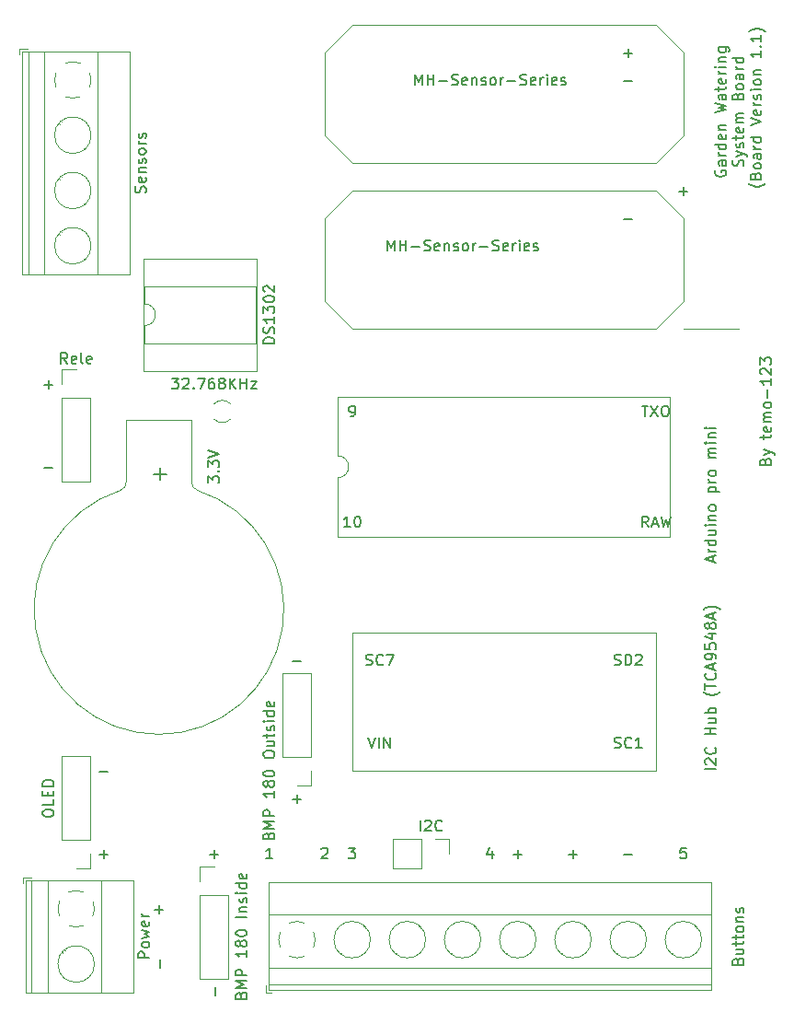
<source format=gbr>
%TF.GenerationSoftware,KiCad,Pcbnew,7.0.2-6a45011f42~172~ubuntu22.04.1*%
%TF.CreationDate,2023-05-07T23:21:14+04:00*%
%TF.ProjectId,PCB 1,50434220-312e-46b6-9963-61645f706362,rev?*%
%TF.SameCoordinates,Original*%
%TF.FileFunction,Legend,Top*%
%TF.FilePolarity,Positive*%
%FSLAX46Y46*%
G04 Gerber Fmt 4.6, Leading zero omitted, Abs format (unit mm)*
G04 Created by KiCad (PCBNEW 7.0.2-6a45011f42~172~ubuntu22.04.1) date 2023-05-07 23:21:14*
%MOMM*%
%LPD*%
G01*
G04 APERTURE LIST*
%ADD10C,0.120000*%
%ADD11C,0.150000*%
G04 APERTURE END LIST*
D10*
X93980000Y-50800000D02*
X99060000Y-50800000D01*
X91440000Y-38100000D02*
X93980000Y-40640000D01*
X91440000Y-50800000D02*
X63500000Y-50800000D01*
X91440000Y-22860000D02*
X63500000Y-22860000D01*
X60960000Y-33020000D02*
X63500000Y-35560000D01*
X93980000Y-40640000D02*
X93980000Y-48260000D01*
X93980000Y-25400000D02*
X91440000Y-22860000D01*
X93980000Y-48260000D02*
X91440000Y-50800000D01*
X63500000Y-50800000D02*
X60960000Y-48260000D01*
X60960000Y-48260000D02*
X60960000Y-40640000D01*
X63500000Y-38100000D02*
X91440000Y-38100000D01*
X91440000Y-35560000D02*
X93980000Y-33020000D01*
X93980000Y-33020000D02*
X93980000Y-25400000D01*
X63500000Y-78740000D02*
X91440000Y-78740000D01*
X91440000Y-91440000D01*
X63500000Y-91440000D01*
X63500000Y-78740000D01*
X63500000Y-35560000D02*
X91440000Y-35560000D01*
X60960000Y-40640000D02*
X63500000Y-38100000D01*
X60960000Y-25400000D02*
X60960000Y-33020000D01*
X63500000Y-22860000D02*
X60960000Y-25400000D01*
D11*
X88519048Y-99141666D02*
X89280953Y-99141666D01*
X76390476Y-98855952D02*
X76390476Y-99522619D01*
X76152381Y-98475000D02*
X75914286Y-99189285D01*
X75914286Y-99189285D02*
X76533333Y-99189285D01*
X50419048Y-99141666D02*
X51180953Y-99141666D01*
X50800000Y-99522619D02*
X50800000Y-98760714D01*
X58039048Y-94061666D02*
X58800953Y-94061666D01*
X58420000Y-94442619D02*
X58420000Y-93680714D01*
X83439048Y-99141666D02*
X84200953Y-99141666D01*
X83820000Y-99522619D02*
X83820000Y-98760714D01*
X69295238Y-28402619D02*
X69295238Y-27402619D01*
X69295238Y-27402619D02*
X69628571Y-28116904D01*
X69628571Y-28116904D02*
X69961904Y-27402619D01*
X69961904Y-27402619D02*
X69961904Y-28402619D01*
X70438095Y-28402619D02*
X70438095Y-27402619D01*
X70438095Y-27878809D02*
X71009523Y-27878809D01*
X71009523Y-28402619D02*
X71009523Y-27402619D01*
X71485714Y-28021666D02*
X72247619Y-28021666D01*
X72676190Y-28355000D02*
X72819047Y-28402619D01*
X72819047Y-28402619D02*
X73057142Y-28402619D01*
X73057142Y-28402619D02*
X73152380Y-28355000D01*
X73152380Y-28355000D02*
X73199999Y-28307380D01*
X73199999Y-28307380D02*
X73247618Y-28212142D01*
X73247618Y-28212142D02*
X73247618Y-28116904D01*
X73247618Y-28116904D02*
X73199999Y-28021666D01*
X73199999Y-28021666D02*
X73152380Y-27974047D01*
X73152380Y-27974047D02*
X73057142Y-27926428D01*
X73057142Y-27926428D02*
X72866666Y-27878809D01*
X72866666Y-27878809D02*
X72771428Y-27831190D01*
X72771428Y-27831190D02*
X72723809Y-27783571D01*
X72723809Y-27783571D02*
X72676190Y-27688333D01*
X72676190Y-27688333D02*
X72676190Y-27593095D01*
X72676190Y-27593095D02*
X72723809Y-27497857D01*
X72723809Y-27497857D02*
X72771428Y-27450238D01*
X72771428Y-27450238D02*
X72866666Y-27402619D01*
X72866666Y-27402619D02*
X73104761Y-27402619D01*
X73104761Y-27402619D02*
X73247618Y-27450238D01*
X74057142Y-28355000D02*
X73961904Y-28402619D01*
X73961904Y-28402619D02*
X73771428Y-28402619D01*
X73771428Y-28402619D02*
X73676190Y-28355000D01*
X73676190Y-28355000D02*
X73628571Y-28259761D01*
X73628571Y-28259761D02*
X73628571Y-27878809D01*
X73628571Y-27878809D02*
X73676190Y-27783571D01*
X73676190Y-27783571D02*
X73771428Y-27735952D01*
X73771428Y-27735952D02*
X73961904Y-27735952D01*
X73961904Y-27735952D02*
X74057142Y-27783571D01*
X74057142Y-27783571D02*
X74104761Y-27878809D01*
X74104761Y-27878809D02*
X74104761Y-27974047D01*
X74104761Y-27974047D02*
X73628571Y-28069285D01*
X74533333Y-27735952D02*
X74533333Y-28402619D01*
X74533333Y-27831190D02*
X74580952Y-27783571D01*
X74580952Y-27783571D02*
X74676190Y-27735952D01*
X74676190Y-27735952D02*
X74819047Y-27735952D01*
X74819047Y-27735952D02*
X74914285Y-27783571D01*
X74914285Y-27783571D02*
X74961904Y-27878809D01*
X74961904Y-27878809D02*
X74961904Y-28402619D01*
X75390476Y-28355000D02*
X75485714Y-28402619D01*
X75485714Y-28402619D02*
X75676190Y-28402619D01*
X75676190Y-28402619D02*
X75771428Y-28355000D01*
X75771428Y-28355000D02*
X75819047Y-28259761D01*
X75819047Y-28259761D02*
X75819047Y-28212142D01*
X75819047Y-28212142D02*
X75771428Y-28116904D01*
X75771428Y-28116904D02*
X75676190Y-28069285D01*
X75676190Y-28069285D02*
X75533333Y-28069285D01*
X75533333Y-28069285D02*
X75438095Y-28021666D01*
X75438095Y-28021666D02*
X75390476Y-27926428D01*
X75390476Y-27926428D02*
X75390476Y-27878809D01*
X75390476Y-27878809D02*
X75438095Y-27783571D01*
X75438095Y-27783571D02*
X75533333Y-27735952D01*
X75533333Y-27735952D02*
X75676190Y-27735952D01*
X75676190Y-27735952D02*
X75771428Y-27783571D01*
X76390476Y-28402619D02*
X76295238Y-28355000D01*
X76295238Y-28355000D02*
X76247619Y-28307380D01*
X76247619Y-28307380D02*
X76200000Y-28212142D01*
X76200000Y-28212142D02*
X76200000Y-27926428D01*
X76200000Y-27926428D02*
X76247619Y-27831190D01*
X76247619Y-27831190D02*
X76295238Y-27783571D01*
X76295238Y-27783571D02*
X76390476Y-27735952D01*
X76390476Y-27735952D02*
X76533333Y-27735952D01*
X76533333Y-27735952D02*
X76628571Y-27783571D01*
X76628571Y-27783571D02*
X76676190Y-27831190D01*
X76676190Y-27831190D02*
X76723809Y-27926428D01*
X76723809Y-27926428D02*
X76723809Y-28212142D01*
X76723809Y-28212142D02*
X76676190Y-28307380D01*
X76676190Y-28307380D02*
X76628571Y-28355000D01*
X76628571Y-28355000D02*
X76533333Y-28402619D01*
X76533333Y-28402619D02*
X76390476Y-28402619D01*
X77152381Y-28402619D02*
X77152381Y-27735952D01*
X77152381Y-27926428D02*
X77200000Y-27831190D01*
X77200000Y-27831190D02*
X77247619Y-27783571D01*
X77247619Y-27783571D02*
X77342857Y-27735952D01*
X77342857Y-27735952D02*
X77438095Y-27735952D01*
X77771429Y-28021666D02*
X78533334Y-28021666D01*
X78961905Y-28355000D02*
X79104762Y-28402619D01*
X79104762Y-28402619D02*
X79342857Y-28402619D01*
X79342857Y-28402619D02*
X79438095Y-28355000D01*
X79438095Y-28355000D02*
X79485714Y-28307380D01*
X79485714Y-28307380D02*
X79533333Y-28212142D01*
X79533333Y-28212142D02*
X79533333Y-28116904D01*
X79533333Y-28116904D02*
X79485714Y-28021666D01*
X79485714Y-28021666D02*
X79438095Y-27974047D01*
X79438095Y-27974047D02*
X79342857Y-27926428D01*
X79342857Y-27926428D02*
X79152381Y-27878809D01*
X79152381Y-27878809D02*
X79057143Y-27831190D01*
X79057143Y-27831190D02*
X79009524Y-27783571D01*
X79009524Y-27783571D02*
X78961905Y-27688333D01*
X78961905Y-27688333D02*
X78961905Y-27593095D01*
X78961905Y-27593095D02*
X79009524Y-27497857D01*
X79009524Y-27497857D02*
X79057143Y-27450238D01*
X79057143Y-27450238D02*
X79152381Y-27402619D01*
X79152381Y-27402619D02*
X79390476Y-27402619D01*
X79390476Y-27402619D02*
X79533333Y-27450238D01*
X80342857Y-28355000D02*
X80247619Y-28402619D01*
X80247619Y-28402619D02*
X80057143Y-28402619D01*
X80057143Y-28402619D02*
X79961905Y-28355000D01*
X79961905Y-28355000D02*
X79914286Y-28259761D01*
X79914286Y-28259761D02*
X79914286Y-27878809D01*
X79914286Y-27878809D02*
X79961905Y-27783571D01*
X79961905Y-27783571D02*
X80057143Y-27735952D01*
X80057143Y-27735952D02*
X80247619Y-27735952D01*
X80247619Y-27735952D02*
X80342857Y-27783571D01*
X80342857Y-27783571D02*
X80390476Y-27878809D01*
X80390476Y-27878809D02*
X80390476Y-27974047D01*
X80390476Y-27974047D02*
X79914286Y-28069285D01*
X80819048Y-28402619D02*
X80819048Y-27735952D01*
X80819048Y-27926428D02*
X80866667Y-27831190D01*
X80866667Y-27831190D02*
X80914286Y-27783571D01*
X80914286Y-27783571D02*
X81009524Y-27735952D01*
X81009524Y-27735952D02*
X81104762Y-27735952D01*
X81438096Y-28402619D02*
X81438096Y-27735952D01*
X81438096Y-27402619D02*
X81390477Y-27450238D01*
X81390477Y-27450238D02*
X81438096Y-27497857D01*
X81438096Y-27497857D02*
X81485715Y-27450238D01*
X81485715Y-27450238D02*
X81438096Y-27402619D01*
X81438096Y-27402619D02*
X81438096Y-27497857D01*
X82295238Y-28355000D02*
X82200000Y-28402619D01*
X82200000Y-28402619D02*
X82009524Y-28402619D01*
X82009524Y-28402619D02*
X81914286Y-28355000D01*
X81914286Y-28355000D02*
X81866667Y-28259761D01*
X81866667Y-28259761D02*
X81866667Y-27878809D01*
X81866667Y-27878809D02*
X81914286Y-27783571D01*
X81914286Y-27783571D02*
X82009524Y-27735952D01*
X82009524Y-27735952D02*
X82200000Y-27735952D01*
X82200000Y-27735952D02*
X82295238Y-27783571D01*
X82295238Y-27783571D02*
X82342857Y-27878809D01*
X82342857Y-27878809D02*
X82342857Y-27974047D01*
X82342857Y-27974047D02*
X81866667Y-28069285D01*
X82723810Y-28355000D02*
X82819048Y-28402619D01*
X82819048Y-28402619D02*
X83009524Y-28402619D01*
X83009524Y-28402619D02*
X83104762Y-28355000D01*
X83104762Y-28355000D02*
X83152381Y-28259761D01*
X83152381Y-28259761D02*
X83152381Y-28212142D01*
X83152381Y-28212142D02*
X83104762Y-28116904D01*
X83104762Y-28116904D02*
X83009524Y-28069285D01*
X83009524Y-28069285D02*
X82866667Y-28069285D01*
X82866667Y-28069285D02*
X82771429Y-28021666D01*
X82771429Y-28021666D02*
X82723810Y-27926428D01*
X82723810Y-27926428D02*
X82723810Y-27878809D01*
X82723810Y-27878809D02*
X82771429Y-27783571D01*
X82771429Y-27783571D02*
X82866667Y-27735952D01*
X82866667Y-27735952D02*
X83009524Y-27735952D01*
X83009524Y-27735952D02*
X83104762Y-27783571D01*
X93599048Y-38181666D02*
X94360953Y-38181666D01*
X93980000Y-38562619D02*
X93980000Y-37800714D01*
X56165714Y-99522619D02*
X55594286Y-99522619D01*
X55880000Y-99522619D02*
X55880000Y-98522619D01*
X55880000Y-98522619D02*
X55784762Y-98665476D01*
X55784762Y-98665476D02*
X55689524Y-98760714D01*
X55689524Y-98760714D02*
X55594286Y-98808333D01*
X35179048Y-63581666D02*
X35940953Y-63581666D01*
X45801666Y-109600951D02*
X45801666Y-108839047D01*
X94218095Y-98522619D02*
X93741905Y-98522619D01*
X93741905Y-98522619D02*
X93694286Y-98998809D01*
X93694286Y-98998809D02*
X93741905Y-98951190D01*
X93741905Y-98951190D02*
X93837143Y-98903571D01*
X93837143Y-98903571D02*
X94075238Y-98903571D01*
X94075238Y-98903571D02*
X94170476Y-98951190D01*
X94170476Y-98951190D02*
X94218095Y-98998809D01*
X94218095Y-98998809D02*
X94265714Y-99094047D01*
X94265714Y-99094047D02*
X94265714Y-99332142D01*
X94265714Y-99332142D02*
X94218095Y-99427380D01*
X94218095Y-99427380D02*
X94170476Y-99475000D01*
X94170476Y-99475000D02*
X94075238Y-99522619D01*
X94075238Y-99522619D02*
X93837143Y-99522619D01*
X93837143Y-99522619D02*
X93741905Y-99475000D01*
X93741905Y-99475000D02*
X93694286Y-99427380D01*
X96982619Y-91296190D02*
X95982619Y-91296190D01*
X96077857Y-90867619D02*
X96030238Y-90820000D01*
X96030238Y-90820000D02*
X95982619Y-90724762D01*
X95982619Y-90724762D02*
X95982619Y-90486667D01*
X95982619Y-90486667D02*
X96030238Y-90391429D01*
X96030238Y-90391429D02*
X96077857Y-90343810D01*
X96077857Y-90343810D02*
X96173095Y-90296191D01*
X96173095Y-90296191D02*
X96268333Y-90296191D01*
X96268333Y-90296191D02*
X96411190Y-90343810D01*
X96411190Y-90343810D02*
X96982619Y-90915238D01*
X96982619Y-90915238D02*
X96982619Y-90296191D01*
X96887380Y-89296191D02*
X96935000Y-89343810D01*
X96935000Y-89343810D02*
X96982619Y-89486667D01*
X96982619Y-89486667D02*
X96982619Y-89581905D01*
X96982619Y-89581905D02*
X96935000Y-89724762D01*
X96935000Y-89724762D02*
X96839761Y-89820000D01*
X96839761Y-89820000D02*
X96744523Y-89867619D01*
X96744523Y-89867619D02*
X96554047Y-89915238D01*
X96554047Y-89915238D02*
X96411190Y-89915238D01*
X96411190Y-89915238D02*
X96220714Y-89867619D01*
X96220714Y-89867619D02*
X96125476Y-89820000D01*
X96125476Y-89820000D02*
X96030238Y-89724762D01*
X96030238Y-89724762D02*
X95982619Y-89581905D01*
X95982619Y-89581905D02*
X95982619Y-89486667D01*
X95982619Y-89486667D02*
X96030238Y-89343810D01*
X96030238Y-89343810D02*
X96077857Y-89296191D01*
X96982619Y-88105714D02*
X95982619Y-88105714D01*
X96458809Y-88105714D02*
X96458809Y-87534286D01*
X96982619Y-87534286D02*
X95982619Y-87534286D01*
X96315952Y-86629524D02*
X96982619Y-86629524D01*
X96315952Y-87058095D02*
X96839761Y-87058095D01*
X96839761Y-87058095D02*
X96935000Y-87010476D01*
X96935000Y-87010476D02*
X96982619Y-86915238D01*
X96982619Y-86915238D02*
X96982619Y-86772381D01*
X96982619Y-86772381D02*
X96935000Y-86677143D01*
X96935000Y-86677143D02*
X96887380Y-86629524D01*
X96982619Y-86153333D02*
X95982619Y-86153333D01*
X96363571Y-86153333D02*
X96315952Y-86058095D01*
X96315952Y-86058095D02*
X96315952Y-85867619D01*
X96315952Y-85867619D02*
X96363571Y-85772381D01*
X96363571Y-85772381D02*
X96411190Y-85724762D01*
X96411190Y-85724762D02*
X96506428Y-85677143D01*
X96506428Y-85677143D02*
X96792142Y-85677143D01*
X96792142Y-85677143D02*
X96887380Y-85724762D01*
X96887380Y-85724762D02*
X96935000Y-85772381D01*
X96935000Y-85772381D02*
X96982619Y-85867619D01*
X96982619Y-85867619D02*
X96982619Y-86058095D01*
X96982619Y-86058095D02*
X96935000Y-86153333D01*
X97363571Y-84200952D02*
X97315952Y-84248571D01*
X97315952Y-84248571D02*
X97173095Y-84343809D01*
X97173095Y-84343809D02*
X97077857Y-84391428D01*
X97077857Y-84391428D02*
X96935000Y-84439047D01*
X96935000Y-84439047D02*
X96696904Y-84486666D01*
X96696904Y-84486666D02*
X96506428Y-84486666D01*
X96506428Y-84486666D02*
X96268333Y-84439047D01*
X96268333Y-84439047D02*
X96125476Y-84391428D01*
X96125476Y-84391428D02*
X96030238Y-84343809D01*
X96030238Y-84343809D02*
X95887380Y-84248571D01*
X95887380Y-84248571D02*
X95839761Y-84200952D01*
X95982619Y-83962856D02*
X95982619Y-83391428D01*
X96982619Y-83677142D02*
X95982619Y-83677142D01*
X96887380Y-82486666D02*
X96935000Y-82534285D01*
X96935000Y-82534285D02*
X96982619Y-82677142D01*
X96982619Y-82677142D02*
X96982619Y-82772380D01*
X96982619Y-82772380D02*
X96935000Y-82915237D01*
X96935000Y-82915237D02*
X96839761Y-83010475D01*
X96839761Y-83010475D02*
X96744523Y-83058094D01*
X96744523Y-83058094D02*
X96554047Y-83105713D01*
X96554047Y-83105713D02*
X96411190Y-83105713D01*
X96411190Y-83105713D02*
X96220714Y-83058094D01*
X96220714Y-83058094D02*
X96125476Y-83010475D01*
X96125476Y-83010475D02*
X96030238Y-82915237D01*
X96030238Y-82915237D02*
X95982619Y-82772380D01*
X95982619Y-82772380D02*
X95982619Y-82677142D01*
X95982619Y-82677142D02*
X96030238Y-82534285D01*
X96030238Y-82534285D02*
X96077857Y-82486666D01*
X96696904Y-82105713D02*
X96696904Y-81629523D01*
X96982619Y-82200951D02*
X95982619Y-81867618D01*
X95982619Y-81867618D02*
X96982619Y-81534285D01*
X96982619Y-81153332D02*
X96982619Y-80962856D01*
X96982619Y-80962856D02*
X96935000Y-80867618D01*
X96935000Y-80867618D02*
X96887380Y-80819999D01*
X96887380Y-80819999D02*
X96744523Y-80724761D01*
X96744523Y-80724761D02*
X96554047Y-80677142D01*
X96554047Y-80677142D02*
X96173095Y-80677142D01*
X96173095Y-80677142D02*
X96077857Y-80724761D01*
X96077857Y-80724761D02*
X96030238Y-80772380D01*
X96030238Y-80772380D02*
X95982619Y-80867618D01*
X95982619Y-80867618D02*
X95982619Y-81058094D01*
X95982619Y-81058094D02*
X96030238Y-81153332D01*
X96030238Y-81153332D02*
X96077857Y-81200951D01*
X96077857Y-81200951D02*
X96173095Y-81248570D01*
X96173095Y-81248570D02*
X96411190Y-81248570D01*
X96411190Y-81248570D02*
X96506428Y-81200951D01*
X96506428Y-81200951D02*
X96554047Y-81153332D01*
X96554047Y-81153332D02*
X96601666Y-81058094D01*
X96601666Y-81058094D02*
X96601666Y-80867618D01*
X96601666Y-80867618D02*
X96554047Y-80772380D01*
X96554047Y-80772380D02*
X96506428Y-80724761D01*
X96506428Y-80724761D02*
X96411190Y-80677142D01*
X95982619Y-79772380D02*
X95982619Y-80248570D01*
X95982619Y-80248570D02*
X96458809Y-80296189D01*
X96458809Y-80296189D02*
X96411190Y-80248570D01*
X96411190Y-80248570D02*
X96363571Y-80153332D01*
X96363571Y-80153332D02*
X96363571Y-79915237D01*
X96363571Y-79915237D02*
X96411190Y-79819999D01*
X96411190Y-79819999D02*
X96458809Y-79772380D01*
X96458809Y-79772380D02*
X96554047Y-79724761D01*
X96554047Y-79724761D02*
X96792142Y-79724761D01*
X96792142Y-79724761D02*
X96887380Y-79772380D01*
X96887380Y-79772380D02*
X96935000Y-79819999D01*
X96935000Y-79819999D02*
X96982619Y-79915237D01*
X96982619Y-79915237D02*
X96982619Y-80153332D01*
X96982619Y-80153332D02*
X96935000Y-80248570D01*
X96935000Y-80248570D02*
X96887380Y-80296189D01*
X96315952Y-78867618D02*
X96982619Y-78867618D01*
X95935000Y-79105713D02*
X96649285Y-79343808D01*
X96649285Y-79343808D02*
X96649285Y-78724761D01*
X96411190Y-78200951D02*
X96363571Y-78296189D01*
X96363571Y-78296189D02*
X96315952Y-78343808D01*
X96315952Y-78343808D02*
X96220714Y-78391427D01*
X96220714Y-78391427D02*
X96173095Y-78391427D01*
X96173095Y-78391427D02*
X96077857Y-78343808D01*
X96077857Y-78343808D02*
X96030238Y-78296189D01*
X96030238Y-78296189D02*
X95982619Y-78200951D01*
X95982619Y-78200951D02*
X95982619Y-78010475D01*
X95982619Y-78010475D02*
X96030238Y-77915237D01*
X96030238Y-77915237D02*
X96077857Y-77867618D01*
X96077857Y-77867618D02*
X96173095Y-77819999D01*
X96173095Y-77819999D02*
X96220714Y-77819999D01*
X96220714Y-77819999D02*
X96315952Y-77867618D01*
X96315952Y-77867618D02*
X96363571Y-77915237D01*
X96363571Y-77915237D02*
X96411190Y-78010475D01*
X96411190Y-78010475D02*
X96411190Y-78200951D01*
X96411190Y-78200951D02*
X96458809Y-78296189D01*
X96458809Y-78296189D02*
X96506428Y-78343808D01*
X96506428Y-78343808D02*
X96601666Y-78391427D01*
X96601666Y-78391427D02*
X96792142Y-78391427D01*
X96792142Y-78391427D02*
X96887380Y-78343808D01*
X96887380Y-78343808D02*
X96935000Y-78296189D01*
X96935000Y-78296189D02*
X96982619Y-78200951D01*
X96982619Y-78200951D02*
X96982619Y-78010475D01*
X96982619Y-78010475D02*
X96935000Y-77915237D01*
X96935000Y-77915237D02*
X96887380Y-77867618D01*
X96887380Y-77867618D02*
X96792142Y-77819999D01*
X96792142Y-77819999D02*
X96601666Y-77819999D01*
X96601666Y-77819999D02*
X96506428Y-77867618D01*
X96506428Y-77867618D02*
X96458809Y-77915237D01*
X96458809Y-77915237D02*
X96411190Y-78010475D01*
X96696904Y-77439046D02*
X96696904Y-76962856D01*
X96982619Y-77534284D02*
X95982619Y-77200951D01*
X95982619Y-77200951D02*
X96982619Y-76867618D01*
X97363571Y-76629522D02*
X97315952Y-76581903D01*
X97315952Y-76581903D02*
X97173095Y-76486665D01*
X97173095Y-76486665D02*
X97077857Y-76439046D01*
X97077857Y-76439046D02*
X96935000Y-76391427D01*
X96935000Y-76391427D02*
X96696904Y-76343808D01*
X96696904Y-76343808D02*
X96506428Y-76343808D01*
X96506428Y-76343808D02*
X96268333Y-76391427D01*
X96268333Y-76391427D02*
X96125476Y-76439046D01*
X96125476Y-76439046D02*
X96030238Y-76486665D01*
X96030238Y-76486665D02*
X95887380Y-76581903D01*
X95887380Y-76581903D02*
X95839761Y-76629522D01*
X88519048Y-28021666D02*
X89280953Y-28021666D01*
X88519048Y-40721666D02*
X89280953Y-40721666D01*
X60674286Y-98617857D02*
X60721905Y-98570238D01*
X60721905Y-98570238D02*
X60817143Y-98522619D01*
X60817143Y-98522619D02*
X61055238Y-98522619D01*
X61055238Y-98522619D02*
X61150476Y-98570238D01*
X61150476Y-98570238D02*
X61198095Y-98617857D01*
X61198095Y-98617857D02*
X61245714Y-98713095D01*
X61245714Y-98713095D02*
X61245714Y-98808333D01*
X61245714Y-98808333D02*
X61198095Y-98951190D01*
X61198095Y-98951190D02*
X60626667Y-99522619D01*
X60626667Y-99522619D02*
X61245714Y-99522619D01*
X40259048Y-91521666D02*
X41020953Y-91521666D01*
X35179048Y-55961666D02*
X35940953Y-55961666D01*
X35560000Y-56342619D02*
X35560000Y-55580714D01*
X96950238Y-36265715D02*
X96902619Y-36360953D01*
X96902619Y-36360953D02*
X96902619Y-36503810D01*
X96902619Y-36503810D02*
X96950238Y-36646667D01*
X96950238Y-36646667D02*
X97045476Y-36741905D01*
X97045476Y-36741905D02*
X97140714Y-36789524D01*
X97140714Y-36789524D02*
X97331190Y-36837143D01*
X97331190Y-36837143D02*
X97474047Y-36837143D01*
X97474047Y-36837143D02*
X97664523Y-36789524D01*
X97664523Y-36789524D02*
X97759761Y-36741905D01*
X97759761Y-36741905D02*
X97855000Y-36646667D01*
X97855000Y-36646667D02*
X97902619Y-36503810D01*
X97902619Y-36503810D02*
X97902619Y-36408572D01*
X97902619Y-36408572D02*
X97855000Y-36265715D01*
X97855000Y-36265715D02*
X97807380Y-36218096D01*
X97807380Y-36218096D02*
X97474047Y-36218096D01*
X97474047Y-36218096D02*
X97474047Y-36408572D01*
X97902619Y-35360953D02*
X97378809Y-35360953D01*
X97378809Y-35360953D02*
X97283571Y-35408572D01*
X97283571Y-35408572D02*
X97235952Y-35503810D01*
X97235952Y-35503810D02*
X97235952Y-35694286D01*
X97235952Y-35694286D02*
X97283571Y-35789524D01*
X97855000Y-35360953D02*
X97902619Y-35456191D01*
X97902619Y-35456191D02*
X97902619Y-35694286D01*
X97902619Y-35694286D02*
X97855000Y-35789524D01*
X97855000Y-35789524D02*
X97759761Y-35837143D01*
X97759761Y-35837143D02*
X97664523Y-35837143D01*
X97664523Y-35837143D02*
X97569285Y-35789524D01*
X97569285Y-35789524D02*
X97521666Y-35694286D01*
X97521666Y-35694286D02*
X97521666Y-35456191D01*
X97521666Y-35456191D02*
X97474047Y-35360953D01*
X97902619Y-34884762D02*
X97235952Y-34884762D01*
X97426428Y-34884762D02*
X97331190Y-34837143D01*
X97331190Y-34837143D02*
X97283571Y-34789524D01*
X97283571Y-34789524D02*
X97235952Y-34694286D01*
X97235952Y-34694286D02*
X97235952Y-34599048D01*
X97902619Y-33837143D02*
X96902619Y-33837143D01*
X97855000Y-33837143D02*
X97902619Y-33932381D01*
X97902619Y-33932381D02*
X97902619Y-34122857D01*
X97902619Y-34122857D02*
X97855000Y-34218095D01*
X97855000Y-34218095D02*
X97807380Y-34265714D01*
X97807380Y-34265714D02*
X97712142Y-34313333D01*
X97712142Y-34313333D02*
X97426428Y-34313333D01*
X97426428Y-34313333D02*
X97331190Y-34265714D01*
X97331190Y-34265714D02*
X97283571Y-34218095D01*
X97283571Y-34218095D02*
X97235952Y-34122857D01*
X97235952Y-34122857D02*
X97235952Y-33932381D01*
X97235952Y-33932381D02*
X97283571Y-33837143D01*
X97855000Y-32980000D02*
X97902619Y-33075238D01*
X97902619Y-33075238D02*
X97902619Y-33265714D01*
X97902619Y-33265714D02*
X97855000Y-33360952D01*
X97855000Y-33360952D02*
X97759761Y-33408571D01*
X97759761Y-33408571D02*
X97378809Y-33408571D01*
X97378809Y-33408571D02*
X97283571Y-33360952D01*
X97283571Y-33360952D02*
X97235952Y-33265714D01*
X97235952Y-33265714D02*
X97235952Y-33075238D01*
X97235952Y-33075238D02*
X97283571Y-32980000D01*
X97283571Y-32980000D02*
X97378809Y-32932381D01*
X97378809Y-32932381D02*
X97474047Y-32932381D01*
X97474047Y-32932381D02*
X97569285Y-33408571D01*
X97235952Y-32503809D02*
X97902619Y-32503809D01*
X97331190Y-32503809D02*
X97283571Y-32456190D01*
X97283571Y-32456190D02*
X97235952Y-32360952D01*
X97235952Y-32360952D02*
X97235952Y-32218095D01*
X97235952Y-32218095D02*
X97283571Y-32122857D01*
X97283571Y-32122857D02*
X97378809Y-32075238D01*
X97378809Y-32075238D02*
X97902619Y-32075238D01*
X96902619Y-30932380D02*
X97902619Y-30694285D01*
X97902619Y-30694285D02*
X97188333Y-30503809D01*
X97188333Y-30503809D02*
X97902619Y-30313333D01*
X97902619Y-30313333D02*
X96902619Y-30075238D01*
X97902619Y-29265714D02*
X97378809Y-29265714D01*
X97378809Y-29265714D02*
X97283571Y-29313333D01*
X97283571Y-29313333D02*
X97235952Y-29408571D01*
X97235952Y-29408571D02*
X97235952Y-29599047D01*
X97235952Y-29599047D02*
X97283571Y-29694285D01*
X97855000Y-29265714D02*
X97902619Y-29360952D01*
X97902619Y-29360952D02*
X97902619Y-29599047D01*
X97902619Y-29599047D02*
X97855000Y-29694285D01*
X97855000Y-29694285D02*
X97759761Y-29741904D01*
X97759761Y-29741904D02*
X97664523Y-29741904D01*
X97664523Y-29741904D02*
X97569285Y-29694285D01*
X97569285Y-29694285D02*
X97521666Y-29599047D01*
X97521666Y-29599047D02*
X97521666Y-29360952D01*
X97521666Y-29360952D02*
X97474047Y-29265714D01*
X97235952Y-28932380D02*
X97235952Y-28551428D01*
X96902619Y-28789523D02*
X97759761Y-28789523D01*
X97759761Y-28789523D02*
X97855000Y-28741904D01*
X97855000Y-28741904D02*
X97902619Y-28646666D01*
X97902619Y-28646666D02*
X97902619Y-28551428D01*
X97855000Y-27837142D02*
X97902619Y-27932380D01*
X97902619Y-27932380D02*
X97902619Y-28122856D01*
X97902619Y-28122856D02*
X97855000Y-28218094D01*
X97855000Y-28218094D02*
X97759761Y-28265713D01*
X97759761Y-28265713D02*
X97378809Y-28265713D01*
X97378809Y-28265713D02*
X97283571Y-28218094D01*
X97283571Y-28218094D02*
X97235952Y-28122856D01*
X97235952Y-28122856D02*
X97235952Y-27932380D01*
X97235952Y-27932380D02*
X97283571Y-27837142D01*
X97283571Y-27837142D02*
X97378809Y-27789523D01*
X97378809Y-27789523D02*
X97474047Y-27789523D01*
X97474047Y-27789523D02*
X97569285Y-28265713D01*
X97902619Y-27360951D02*
X97235952Y-27360951D01*
X97426428Y-27360951D02*
X97331190Y-27313332D01*
X97331190Y-27313332D02*
X97283571Y-27265713D01*
X97283571Y-27265713D02*
X97235952Y-27170475D01*
X97235952Y-27170475D02*
X97235952Y-27075237D01*
X97902619Y-26741903D02*
X97235952Y-26741903D01*
X96902619Y-26741903D02*
X96950238Y-26789522D01*
X96950238Y-26789522D02*
X96997857Y-26741903D01*
X96997857Y-26741903D02*
X96950238Y-26694284D01*
X96950238Y-26694284D02*
X96902619Y-26741903D01*
X96902619Y-26741903D02*
X96997857Y-26741903D01*
X97235952Y-26265713D02*
X97902619Y-26265713D01*
X97331190Y-26265713D02*
X97283571Y-26218094D01*
X97283571Y-26218094D02*
X97235952Y-26122856D01*
X97235952Y-26122856D02*
X97235952Y-25979999D01*
X97235952Y-25979999D02*
X97283571Y-25884761D01*
X97283571Y-25884761D02*
X97378809Y-25837142D01*
X97378809Y-25837142D02*
X97902619Y-25837142D01*
X97235952Y-24932380D02*
X98045476Y-24932380D01*
X98045476Y-24932380D02*
X98140714Y-24979999D01*
X98140714Y-24979999D02*
X98188333Y-25027618D01*
X98188333Y-25027618D02*
X98235952Y-25122856D01*
X98235952Y-25122856D02*
X98235952Y-25265713D01*
X98235952Y-25265713D02*
X98188333Y-25360951D01*
X97855000Y-24932380D02*
X97902619Y-25027618D01*
X97902619Y-25027618D02*
X97902619Y-25218094D01*
X97902619Y-25218094D02*
X97855000Y-25313332D01*
X97855000Y-25313332D02*
X97807380Y-25360951D01*
X97807380Y-25360951D02*
X97712142Y-25408570D01*
X97712142Y-25408570D02*
X97426428Y-25408570D01*
X97426428Y-25408570D02*
X97331190Y-25360951D01*
X97331190Y-25360951D02*
X97283571Y-25313332D01*
X97283571Y-25313332D02*
X97235952Y-25218094D01*
X97235952Y-25218094D02*
X97235952Y-25027618D01*
X97235952Y-25027618D02*
X97283571Y-24932380D01*
X99475000Y-35860952D02*
X99522619Y-35718095D01*
X99522619Y-35718095D02*
X99522619Y-35480000D01*
X99522619Y-35480000D02*
X99475000Y-35384762D01*
X99475000Y-35384762D02*
X99427380Y-35337143D01*
X99427380Y-35337143D02*
X99332142Y-35289524D01*
X99332142Y-35289524D02*
X99236904Y-35289524D01*
X99236904Y-35289524D02*
X99141666Y-35337143D01*
X99141666Y-35337143D02*
X99094047Y-35384762D01*
X99094047Y-35384762D02*
X99046428Y-35480000D01*
X99046428Y-35480000D02*
X98998809Y-35670476D01*
X98998809Y-35670476D02*
X98951190Y-35765714D01*
X98951190Y-35765714D02*
X98903571Y-35813333D01*
X98903571Y-35813333D02*
X98808333Y-35860952D01*
X98808333Y-35860952D02*
X98713095Y-35860952D01*
X98713095Y-35860952D02*
X98617857Y-35813333D01*
X98617857Y-35813333D02*
X98570238Y-35765714D01*
X98570238Y-35765714D02*
X98522619Y-35670476D01*
X98522619Y-35670476D02*
X98522619Y-35432381D01*
X98522619Y-35432381D02*
X98570238Y-35289524D01*
X98855952Y-34956190D02*
X99522619Y-34718095D01*
X98855952Y-34480000D02*
X99522619Y-34718095D01*
X99522619Y-34718095D02*
X99760714Y-34813333D01*
X99760714Y-34813333D02*
X99808333Y-34860952D01*
X99808333Y-34860952D02*
X99855952Y-34956190D01*
X99475000Y-34146666D02*
X99522619Y-34051428D01*
X99522619Y-34051428D02*
X99522619Y-33860952D01*
X99522619Y-33860952D02*
X99475000Y-33765714D01*
X99475000Y-33765714D02*
X99379761Y-33718095D01*
X99379761Y-33718095D02*
X99332142Y-33718095D01*
X99332142Y-33718095D02*
X99236904Y-33765714D01*
X99236904Y-33765714D02*
X99189285Y-33860952D01*
X99189285Y-33860952D02*
X99189285Y-34003809D01*
X99189285Y-34003809D02*
X99141666Y-34099047D01*
X99141666Y-34099047D02*
X99046428Y-34146666D01*
X99046428Y-34146666D02*
X98998809Y-34146666D01*
X98998809Y-34146666D02*
X98903571Y-34099047D01*
X98903571Y-34099047D02*
X98855952Y-34003809D01*
X98855952Y-34003809D02*
X98855952Y-33860952D01*
X98855952Y-33860952D02*
X98903571Y-33765714D01*
X98855952Y-33432380D02*
X98855952Y-33051428D01*
X98522619Y-33289523D02*
X99379761Y-33289523D01*
X99379761Y-33289523D02*
X99475000Y-33241904D01*
X99475000Y-33241904D02*
X99522619Y-33146666D01*
X99522619Y-33146666D02*
X99522619Y-33051428D01*
X99475000Y-32337142D02*
X99522619Y-32432380D01*
X99522619Y-32432380D02*
X99522619Y-32622856D01*
X99522619Y-32622856D02*
X99475000Y-32718094D01*
X99475000Y-32718094D02*
X99379761Y-32765713D01*
X99379761Y-32765713D02*
X98998809Y-32765713D01*
X98998809Y-32765713D02*
X98903571Y-32718094D01*
X98903571Y-32718094D02*
X98855952Y-32622856D01*
X98855952Y-32622856D02*
X98855952Y-32432380D01*
X98855952Y-32432380D02*
X98903571Y-32337142D01*
X98903571Y-32337142D02*
X98998809Y-32289523D01*
X98998809Y-32289523D02*
X99094047Y-32289523D01*
X99094047Y-32289523D02*
X99189285Y-32765713D01*
X99522619Y-31860951D02*
X98855952Y-31860951D01*
X98951190Y-31860951D02*
X98903571Y-31813332D01*
X98903571Y-31813332D02*
X98855952Y-31718094D01*
X98855952Y-31718094D02*
X98855952Y-31575237D01*
X98855952Y-31575237D02*
X98903571Y-31479999D01*
X98903571Y-31479999D02*
X98998809Y-31432380D01*
X98998809Y-31432380D02*
X99522619Y-31432380D01*
X98998809Y-31432380D02*
X98903571Y-31384761D01*
X98903571Y-31384761D02*
X98855952Y-31289523D01*
X98855952Y-31289523D02*
X98855952Y-31146666D01*
X98855952Y-31146666D02*
X98903571Y-31051427D01*
X98903571Y-31051427D02*
X98998809Y-31003808D01*
X98998809Y-31003808D02*
X99522619Y-31003808D01*
X98998809Y-29432380D02*
X99046428Y-29289523D01*
X99046428Y-29289523D02*
X99094047Y-29241904D01*
X99094047Y-29241904D02*
X99189285Y-29194285D01*
X99189285Y-29194285D02*
X99332142Y-29194285D01*
X99332142Y-29194285D02*
X99427380Y-29241904D01*
X99427380Y-29241904D02*
X99475000Y-29289523D01*
X99475000Y-29289523D02*
X99522619Y-29384761D01*
X99522619Y-29384761D02*
X99522619Y-29765713D01*
X99522619Y-29765713D02*
X98522619Y-29765713D01*
X98522619Y-29765713D02*
X98522619Y-29432380D01*
X98522619Y-29432380D02*
X98570238Y-29337142D01*
X98570238Y-29337142D02*
X98617857Y-29289523D01*
X98617857Y-29289523D02*
X98713095Y-29241904D01*
X98713095Y-29241904D02*
X98808333Y-29241904D01*
X98808333Y-29241904D02*
X98903571Y-29289523D01*
X98903571Y-29289523D02*
X98951190Y-29337142D01*
X98951190Y-29337142D02*
X98998809Y-29432380D01*
X98998809Y-29432380D02*
X98998809Y-29765713D01*
X99522619Y-28622856D02*
X99475000Y-28718094D01*
X99475000Y-28718094D02*
X99427380Y-28765713D01*
X99427380Y-28765713D02*
X99332142Y-28813332D01*
X99332142Y-28813332D02*
X99046428Y-28813332D01*
X99046428Y-28813332D02*
X98951190Y-28765713D01*
X98951190Y-28765713D02*
X98903571Y-28718094D01*
X98903571Y-28718094D02*
X98855952Y-28622856D01*
X98855952Y-28622856D02*
X98855952Y-28479999D01*
X98855952Y-28479999D02*
X98903571Y-28384761D01*
X98903571Y-28384761D02*
X98951190Y-28337142D01*
X98951190Y-28337142D02*
X99046428Y-28289523D01*
X99046428Y-28289523D02*
X99332142Y-28289523D01*
X99332142Y-28289523D02*
X99427380Y-28337142D01*
X99427380Y-28337142D02*
X99475000Y-28384761D01*
X99475000Y-28384761D02*
X99522619Y-28479999D01*
X99522619Y-28479999D02*
X99522619Y-28622856D01*
X99522619Y-27432380D02*
X98998809Y-27432380D01*
X98998809Y-27432380D02*
X98903571Y-27479999D01*
X98903571Y-27479999D02*
X98855952Y-27575237D01*
X98855952Y-27575237D02*
X98855952Y-27765713D01*
X98855952Y-27765713D02*
X98903571Y-27860951D01*
X99475000Y-27432380D02*
X99522619Y-27527618D01*
X99522619Y-27527618D02*
X99522619Y-27765713D01*
X99522619Y-27765713D02*
X99475000Y-27860951D01*
X99475000Y-27860951D02*
X99379761Y-27908570D01*
X99379761Y-27908570D02*
X99284523Y-27908570D01*
X99284523Y-27908570D02*
X99189285Y-27860951D01*
X99189285Y-27860951D02*
X99141666Y-27765713D01*
X99141666Y-27765713D02*
X99141666Y-27527618D01*
X99141666Y-27527618D02*
X99094047Y-27432380D01*
X99522619Y-26956189D02*
X98855952Y-26956189D01*
X99046428Y-26956189D02*
X98951190Y-26908570D01*
X98951190Y-26908570D02*
X98903571Y-26860951D01*
X98903571Y-26860951D02*
X98855952Y-26765713D01*
X98855952Y-26765713D02*
X98855952Y-26670475D01*
X99522619Y-25908570D02*
X98522619Y-25908570D01*
X99475000Y-25908570D02*
X99522619Y-26003808D01*
X99522619Y-26003808D02*
X99522619Y-26194284D01*
X99522619Y-26194284D02*
X99475000Y-26289522D01*
X99475000Y-26289522D02*
X99427380Y-26337141D01*
X99427380Y-26337141D02*
X99332142Y-26384760D01*
X99332142Y-26384760D02*
X99046428Y-26384760D01*
X99046428Y-26384760D02*
X98951190Y-26337141D01*
X98951190Y-26337141D02*
X98903571Y-26289522D01*
X98903571Y-26289522D02*
X98855952Y-26194284D01*
X98855952Y-26194284D02*
X98855952Y-26003808D01*
X98855952Y-26003808D02*
X98903571Y-25908570D01*
X101523571Y-37456191D02*
X101475952Y-37503810D01*
X101475952Y-37503810D02*
X101333095Y-37599048D01*
X101333095Y-37599048D02*
X101237857Y-37646667D01*
X101237857Y-37646667D02*
X101095000Y-37694286D01*
X101095000Y-37694286D02*
X100856904Y-37741905D01*
X100856904Y-37741905D02*
X100666428Y-37741905D01*
X100666428Y-37741905D02*
X100428333Y-37694286D01*
X100428333Y-37694286D02*
X100285476Y-37646667D01*
X100285476Y-37646667D02*
X100190238Y-37599048D01*
X100190238Y-37599048D02*
X100047380Y-37503810D01*
X100047380Y-37503810D02*
X99999761Y-37456191D01*
X100618809Y-36741905D02*
X100666428Y-36599048D01*
X100666428Y-36599048D02*
X100714047Y-36551429D01*
X100714047Y-36551429D02*
X100809285Y-36503810D01*
X100809285Y-36503810D02*
X100952142Y-36503810D01*
X100952142Y-36503810D02*
X101047380Y-36551429D01*
X101047380Y-36551429D02*
X101095000Y-36599048D01*
X101095000Y-36599048D02*
X101142619Y-36694286D01*
X101142619Y-36694286D02*
X101142619Y-37075238D01*
X101142619Y-37075238D02*
X100142619Y-37075238D01*
X100142619Y-37075238D02*
X100142619Y-36741905D01*
X100142619Y-36741905D02*
X100190238Y-36646667D01*
X100190238Y-36646667D02*
X100237857Y-36599048D01*
X100237857Y-36599048D02*
X100333095Y-36551429D01*
X100333095Y-36551429D02*
X100428333Y-36551429D01*
X100428333Y-36551429D02*
X100523571Y-36599048D01*
X100523571Y-36599048D02*
X100571190Y-36646667D01*
X100571190Y-36646667D02*
X100618809Y-36741905D01*
X100618809Y-36741905D02*
X100618809Y-37075238D01*
X101142619Y-35932381D02*
X101095000Y-36027619D01*
X101095000Y-36027619D02*
X101047380Y-36075238D01*
X101047380Y-36075238D02*
X100952142Y-36122857D01*
X100952142Y-36122857D02*
X100666428Y-36122857D01*
X100666428Y-36122857D02*
X100571190Y-36075238D01*
X100571190Y-36075238D02*
X100523571Y-36027619D01*
X100523571Y-36027619D02*
X100475952Y-35932381D01*
X100475952Y-35932381D02*
X100475952Y-35789524D01*
X100475952Y-35789524D02*
X100523571Y-35694286D01*
X100523571Y-35694286D02*
X100571190Y-35646667D01*
X100571190Y-35646667D02*
X100666428Y-35599048D01*
X100666428Y-35599048D02*
X100952142Y-35599048D01*
X100952142Y-35599048D02*
X101047380Y-35646667D01*
X101047380Y-35646667D02*
X101095000Y-35694286D01*
X101095000Y-35694286D02*
X101142619Y-35789524D01*
X101142619Y-35789524D02*
X101142619Y-35932381D01*
X101142619Y-34741905D02*
X100618809Y-34741905D01*
X100618809Y-34741905D02*
X100523571Y-34789524D01*
X100523571Y-34789524D02*
X100475952Y-34884762D01*
X100475952Y-34884762D02*
X100475952Y-35075238D01*
X100475952Y-35075238D02*
X100523571Y-35170476D01*
X101095000Y-34741905D02*
X101142619Y-34837143D01*
X101142619Y-34837143D02*
X101142619Y-35075238D01*
X101142619Y-35075238D02*
X101095000Y-35170476D01*
X101095000Y-35170476D02*
X100999761Y-35218095D01*
X100999761Y-35218095D02*
X100904523Y-35218095D01*
X100904523Y-35218095D02*
X100809285Y-35170476D01*
X100809285Y-35170476D02*
X100761666Y-35075238D01*
X100761666Y-35075238D02*
X100761666Y-34837143D01*
X100761666Y-34837143D02*
X100714047Y-34741905D01*
X101142619Y-34265714D02*
X100475952Y-34265714D01*
X100666428Y-34265714D02*
X100571190Y-34218095D01*
X100571190Y-34218095D02*
X100523571Y-34170476D01*
X100523571Y-34170476D02*
X100475952Y-34075238D01*
X100475952Y-34075238D02*
X100475952Y-33980000D01*
X101142619Y-33218095D02*
X100142619Y-33218095D01*
X101095000Y-33218095D02*
X101142619Y-33313333D01*
X101142619Y-33313333D02*
X101142619Y-33503809D01*
X101142619Y-33503809D02*
X101095000Y-33599047D01*
X101095000Y-33599047D02*
X101047380Y-33646666D01*
X101047380Y-33646666D02*
X100952142Y-33694285D01*
X100952142Y-33694285D02*
X100666428Y-33694285D01*
X100666428Y-33694285D02*
X100571190Y-33646666D01*
X100571190Y-33646666D02*
X100523571Y-33599047D01*
X100523571Y-33599047D02*
X100475952Y-33503809D01*
X100475952Y-33503809D02*
X100475952Y-33313333D01*
X100475952Y-33313333D02*
X100523571Y-33218095D01*
X100142619Y-32122856D02*
X101142619Y-31789523D01*
X101142619Y-31789523D02*
X100142619Y-31456190D01*
X101095000Y-30741904D02*
X101142619Y-30837142D01*
X101142619Y-30837142D02*
X101142619Y-31027618D01*
X101142619Y-31027618D02*
X101095000Y-31122856D01*
X101095000Y-31122856D02*
X100999761Y-31170475D01*
X100999761Y-31170475D02*
X100618809Y-31170475D01*
X100618809Y-31170475D02*
X100523571Y-31122856D01*
X100523571Y-31122856D02*
X100475952Y-31027618D01*
X100475952Y-31027618D02*
X100475952Y-30837142D01*
X100475952Y-30837142D02*
X100523571Y-30741904D01*
X100523571Y-30741904D02*
X100618809Y-30694285D01*
X100618809Y-30694285D02*
X100714047Y-30694285D01*
X100714047Y-30694285D02*
X100809285Y-31170475D01*
X101142619Y-30265713D02*
X100475952Y-30265713D01*
X100666428Y-30265713D02*
X100571190Y-30218094D01*
X100571190Y-30218094D02*
X100523571Y-30170475D01*
X100523571Y-30170475D02*
X100475952Y-30075237D01*
X100475952Y-30075237D02*
X100475952Y-29979999D01*
X101095000Y-29694284D02*
X101142619Y-29599046D01*
X101142619Y-29599046D02*
X101142619Y-29408570D01*
X101142619Y-29408570D02*
X101095000Y-29313332D01*
X101095000Y-29313332D02*
X100999761Y-29265713D01*
X100999761Y-29265713D02*
X100952142Y-29265713D01*
X100952142Y-29265713D02*
X100856904Y-29313332D01*
X100856904Y-29313332D02*
X100809285Y-29408570D01*
X100809285Y-29408570D02*
X100809285Y-29551427D01*
X100809285Y-29551427D02*
X100761666Y-29646665D01*
X100761666Y-29646665D02*
X100666428Y-29694284D01*
X100666428Y-29694284D02*
X100618809Y-29694284D01*
X100618809Y-29694284D02*
X100523571Y-29646665D01*
X100523571Y-29646665D02*
X100475952Y-29551427D01*
X100475952Y-29551427D02*
X100475952Y-29408570D01*
X100475952Y-29408570D02*
X100523571Y-29313332D01*
X101142619Y-28837141D02*
X100475952Y-28837141D01*
X100142619Y-28837141D02*
X100190238Y-28884760D01*
X100190238Y-28884760D02*
X100237857Y-28837141D01*
X100237857Y-28837141D02*
X100190238Y-28789522D01*
X100190238Y-28789522D02*
X100142619Y-28837141D01*
X100142619Y-28837141D02*
X100237857Y-28837141D01*
X101142619Y-28218094D02*
X101095000Y-28313332D01*
X101095000Y-28313332D02*
X101047380Y-28360951D01*
X101047380Y-28360951D02*
X100952142Y-28408570D01*
X100952142Y-28408570D02*
X100666428Y-28408570D01*
X100666428Y-28408570D02*
X100571190Y-28360951D01*
X100571190Y-28360951D02*
X100523571Y-28313332D01*
X100523571Y-28313332D02*
X100475952Y-28218094D01*
X100475952Y-28218094D02*
X100475952Y-28075237D01*
X100475952Y-28075237D02*
X100523571Y-27979999D01*
X100523571Y-27979999D02*
X100571190Y-27932380D01*
X100571190Y-27932380D02*
X100666428Y-27884761D01*
X100666428Y-27884761D02*
X100952142Y-27884761D01*
X100952142Y-27884761D02*
X101047380Y-27932380D01*
X101047380Y-27932380D02*
X101095000Y-27979999D01*
X101095000Y-27979999D02*
X101142619Y-28075237D01*
X101142619Y-28075237D02*
X101142619Y-28218094D01*
X100475952Y-27456189D02*
X101142619Y-27456189D01*
X100571190Y-27456189D02*
X100523571Y-27408570D01*
X100523571Y-27408570D02*
X100475952Y-27313332D01*
X100475952Y-27313332D02*
X100475952Y-27170475D01*
X100475952Y-27170475D02*
X100523571Y-27075237D01*
X100523571Y-27075237D02*
X100618809Y-27027618D01*
X100618809Y-27027618D02*
X101142619Y-27027618D01*
X101142619Y-25265713D02*
X101142619Y-25837141D01*
X101142619Y-25551427D02*
X100142619Y-25551427D01*
X100142619Y-25551427D02*
X100285476Y-25646665D01*
X100285476Y-25646665D02*
X100380714Y-25741903D01*
X100380714Y-25741903D02*
X100428333Y-25837141D01*
X101047380Y-24837141D02*
X101095000Y-24789522D01*
X101095000Y-24789522D02*
X101142619Y-24837141D01*
X101142619Y-24837141D02*
X101095000Y-24884760D01*
X101095000Y-24884760D02*
X101047380Y-24837141D01*
X101047380Y-24837141D02*
X101142619Y-24837141D01*
X101142619Y-23837142D02*
X101142619Y-24408570D01*
X101142619Y-24122856D02*
X100142619Y-24122856D01*
X100142619Y-24122856D02*
X100285476Y-24218094D01*
X100285476Y-24218094D02*
X100380714Y-24313332D01*
X100380714Y-24313332D02*
X100428333Y-24408570D01*
X101523571Y-23503808D02*
X101475952Y-23456189D01*
X101475952Y-23456189D02*
X101333095Y-23360951D01*
X101333095Y-23360951D02*
X101237857Y-23313332D01*
X101237857Y-23313332D02*
X101095000Y-23265713D01*
X101095000Y-23265713D02*
X100856904Y-23218094D01*
X100856904Y-23218094D02*
X100666428Y-23218094D01*
X100666428Y-23218094D02*
X100428333Y-23265713D01*
X100428333Y-23265713D02*
X100285476Y-23313332D01*
X100285476Y-23313332D02*
X100190238Y-23360951D01*
X100190238Y-23360951D02*
X100047380Y-23456189D01*
X100047380Y-23456189D02*
X99999761Y-23503808D01*
X63309524Y-58882619D02*
X63500000Y-58882619D01*
X63500000Y-58882619D02*
X63595238Y-58835000D01*
X63595238Y-58835000D02*
X63642857Y-58787380D01*
X63642857Y-58787380D02*
X63738095Y-58644523D01*
X63738095Y-58644523D02*
X63785714Y-58454047D01*
X63785714Y-58454047D02*
X63785714Y-58073095D01*
X63785714Y-58073095D02*
X63738095Y-57977857D01*
X63738095Y-57977857D02*
X63690476Y-57930238D01*
X63690476Y-57930238D02*
X63595238Y-57882619D01*
X63595238Y-57882619D02*
X63404762Y-57882619D01*
X63404762Y-57882619D02*
X63309524Y-57930238D01*
X63309524Y-57930238D02*
X63261905Y-57977857D01*
X63261905Y-57977857D02*
X63214286Y-58073095D01*
X63214286Y-58073095D02*
X63214286Y-58311190D01*
X63214286Y-58311190D02*
X63261905Y-58406428D01*
X63261905Y-58406428D02*
X63309524Y-58454047D01*
X63309524Y-58454047D02*
X63404762Y-58501666D01*
X63404762Y-58501666D02*
X63595238Y-58501666D01*
X63595238Y-58501666D02*
X63690476Y-58454047D01*
X63690476Y-58454047D02*
X63738095Y-58406428D01*
X63738095Y-58406428D02*
X63785714Y-58311190D01*
X64778095Y-81695000D02*
X64920952Y-81742619D01*
X64920952Y-81742619D02*
X65159047Y-81742619D01*
X65159047Y-81742619D02*
X65254285Y-81695000D01*
X65254285Y-81695000D02*
X65301904Y-81647380D01*
X65301904Y-81647380D02*
X65349523Y-81552142D01*
X65349523Y-81552142D02*
X65349523Y-81456904D01*
X65349523Y-81456904D02*
X65301904Y-81361666D01*
X65301904Y-81361666D02*
X65254285Y-81314047D01*
X65254285Y-81314047D02*
X65159047Y-81266428D01*
X65159047Y-81266428D02*
X64968571Y-81218809D01*
X64968571Y-81218809D02*
X64873333Y-81171190D01*
X64873333Y-81171190D02*
X64825714Y-81123571D01*
X64825714Y-81123571D02*
X64778095Y-81028333D01*
X64778095Y-81028333D02*
X64778095Y-80933095D01*
X64778095Y-80933095D02*
X64825714Y-80837857D01*
X64825714Y-80837857D02*
X64873333Y-80790238D01*
X64873333Y-80790238D02*
X64968571Y-80742619D01*
X64968571Y-80742619D02*
X65206666Y-80742619D01*
X65206666Y-80742619D02*
X65349523Y-80790238D01*
X66349523Y-81647380D02*
X66301904Y-81695000D01*
X66301904Y-81695000D02*
X66159047Y-81742619D01*
X66159047Y-81742619D02*
X66063809Y-81742619D01*
X66063809Y-81742619D02*
X65920952Y-81695000D01*
X65920952Y-81695000D02*
X65825714Y-81599761D01*
X65825714Y-81599761D02*
X65778095Y-81504523D01*
X65778095Y-81504523D02*
X65730476Y-81314047D01*
X65730476Y-81314047D02*
X65730476Y-81171190D01*
X65730476Y-81171190D02*
X65778095Y-80980714D01*
X65778095Y-80980714D02*
X65825714Y-80885476D01*
X65825714Y-80885476D02*
X65920952Y-80790238D01*
X65920952Y-80790238D02*
X66063809Y-80742619D01*
X66063809Y-80742619D02*
X66159047Y-80742619D01*
X66159047Y-80742619D02*
X66301904Y-80790238D01*
X66301904Y-80790238D02*
X66349523Y-80837857D01*
X66682857Y-80742619D02*
X67349523Y-80742619D01*
X67349523Y-80742619D02*
X66920952Y-81742619D01*
X40259048Y-99141666D02*
X41020953Y-99141666D01*
X40640000Y-99522619D02*
X40640000Y-98760714D01*
X90749523Y-69042619D02*
X90416190Y-68566428D01*
X90178095Y-69042619D02*
X90178095Y-68042619D01*
X90178095Y-68042619D02*
X90559047Y-68042619D01*
X90559047Y-68042619D02*
X90654285Y-68090238D01*
X90654285Y-68090238D02*
X90701904Y-68137857D01*
X90701904Y-68137857D02*
X90749523Y-68233095D01*
X90749523Y-68233095D02*
X90749523Y-68375952D01*
X90749523Y-68375952D02*
X90701904Y-68471190D01*
X90701904Y-68471190D02*
X90654285Y-68518809D01*
X90654285Y-68518809D02*
X90559047Y-68566428D01*
X90559047Y-68566428D02*
X90178095Y-68566428D01*
X91130476Y-68756904D02*
X91606666Y-68756904D01*
X91035238Y-69042619D02*
X91368571Y-68042619D01*
X91368571Y-68042619D02*
X91701904Y-69042619D01*
X91940000Y-68042619D02*
X92178095Y-69042619D01*
X92178095Y-69042619D02*
X92368571Y-68328333D01*
X92368571Y-68328333D02*
X92559047Y-69042619D01*
X92559047Y-69042619D02*
X92797143Y-68042619D01*
X87638095Y-81695000D02*
X87780952Y-81742619D01*
X87780952Y-81742619D02*
X88019047Y-81742619D01*
X88019047Y-81742619D02*
X88114285Y-81695000D01*
X88114285Y-81695000D02*
X88161904Y-81647380D01*
X88161904Y-81647380D02*
X88209523Y-81552142D01*
X88209523Y-81552142D02*
X88209523Y-81456904D01*
X88209523Y-81456904D02*
X88161904Y-81361666D01*
X88161904Y-81361666D02*
X88114285Y-81314047D01*
X88114285Y-81314047D02*
X88019047Y-81266428D01*
X88019047Y-81266428D02*
X87828571Y-81218809D01*
X87828571Y-81218809D02*
X87733333Y-81171190D01*
X87733333Y-81171190D02*
X87685714Y-81123571D01*
X87685714Y-81123571D02*
X87638095Y-81028333D01*
X87638095Y-81028333D02*
X87638095Y-80933095D01*
X87638095Y-80933095D02*
X87685714Y-80837857D01*
X87685714Y-80837857D02*
X87733333Y-80790238D01*
X87733333Y-80790238D02*
X87828571Y-80742619D01*
X87828571Y-80742619D02*
X88066666Y-80742619D01*
X88066666Y-80742619D02*
X88209523Y-80790238D01*
X88638095Y-81742619D02*
X88638095Y-80742619D01*
X88638095Y-80742619D02*
X88876190Y-80742619D01*
X88876190Y-80742619D02*
X89019047Y-80790238D01*
X89019047Y-80790238D02*
X89114285Y-80885476D01*
X89114285Y-80885476D02*
X89161904Y-80980714D01*
X89161904Y-80980714D02*
X89209523Y-81171190D01*
X89209523Y-81171190D02*
X89209523Y-81314047D01*
X89209523Y-81314047D02*
X89161904Y-81504523D01*
X89161904Y-81504523D02*
X89114285Y-81599761D01*
X89114285Y-81599761D02*
X89019047Y-81695000D01*
X89019047Y-81695000D02*
X88876190Y-81742619D01*
X88876190Y-81742619D02*
X88638095Y-81742619D01*
X89590476Y-80837857D02*
X89638095Y-80790238D01*
X89638095Y-80790238D02*
X89733333Y-80742619D01*
X89733333Y-80742619D02*
X89971428Y-80742619D01*
X89971428Y-80742619D02*
X90066666Y-80790238D01*
X90066666Y-80790238D02*
X90114285Y-80837857D01*
X90114285Y-80837857D02*
X90161904Y-80933095D01*
X90161904Y-80933095D02*
X90161904Y-81028333D01*
X90161904Y-81028333D02*
X90114285Y-81171190D01*
X90114285Y-81171190D02*
X89542857Y-81742619D01*
X89542857Y-81742619D02*
X90161904Y-81742619D01*
X63309523Y-69042619D02*
X62738095Y-69042619D01*
X63023809Y-69042619D02*
X63023809Y-68042619D01*
X63023809Y-68042619D02*
X62928571Y-68185476D01*
X62928571Y-68185476D02*
X62833333Y-68280714D01*
X62833333Y-68280714D02*
X62738095Y-68328333D01*
X63928571Y-68042619D02*
X64023809Y-68042619D01*
X64023809Y-68042619D02*
X64119047Y-68090238D01*
X64119047Y-68090238D02*
X64166666Y-68137857D01*
X64166666Y-68137857D02*
X64214285Y-68233095D01*
X64214285Y-68233095D02*
X64261904Y-68423571D01*
X64261904Y-68423571D02*
X64261904Y-68661666D01*
X64261904Y-68661666D02*
X64214285Y-68852142D01*
X64214285Y-68852142D02*
X64166666Y-68947380D01*
X64166666Y-68947380D02*
X64119047Y-68995000D01*
X64119047Y-68995000D02*
X64023809Y-69042619D01*
X64023809Y-69042619D02*
X63928571Y-69042619D01*
X63928571Y-69042619D02*
X63833333Y-68995000D01*
X63833333Y-68995000D02*
X63785714Y-68947380D01*
X63785714Y-68947380D02*
X63738095Y-68852142D01*
X63738095Y-68852142D02*
X63690476Y-68661666D01*
X63690476Y-68661666D02*
X63690476Y-68423571D01*
X63690476Y-68423571D02*
X63738095Y-68233095D01*
X63738095Y-68233095D02*
X63785714Y-68137857D01*
X63785714Y-68137857D02*
X63833333Y-68090238D01*
X63833333Y-68090238D02*
X63928571Y-68042619D01*
X63166667Y-98522619D02*
X63785714Y-98522619D01*
X63785714Y-98522619D02*
X63452381Y-98903571D01*
X63452381Y-98903571D02*
X63595238Y-98903571D01*
X63595238Y-98903571D02*
X63690476Y-98951190D01*
X63690476Y-98951190D02*
X63738095Y-98998809D01*
X63738095Y-98998809D02*
X63785714Y-99094047D01*
X63785714Y-99094047D02*
X63785714Y-99332142D01*
X63785714Y-99332142D02*
X63738095Y-99427380D01*
X63738095Y-99427380D02*
X63690476Y-99475000D01*
X63690476Y-99475000D02*
X63595238Y-99522619D01*
X63595238Y-99522619D02*
X63309524Y-99522619D01*
X63309524Y-99522619D02*
X63214286Y-99475000D01*
X63214286Y-99475000D02*
X63166667Y-99427380D01*
X58039048Y-81361666D02*
X58800953Y-81361666D01*
X45339048Y-104221666D02*
X46100953Y-104221666D01*
X45720000Y-104602619D02*
X45720000Y-103840714D01*
X88519048Y-25481666D02*
X89280953Y-25481666D01*
X88900000Y-25862619D02*
X88900000Y-25100714D01*
X78359048Y-99141666D02*
X79120953Y-99141666D01*
X78740000Y-99522619D02*
X78740000Y-98760714D01*
X90154286Y-57882619D02*
X90725714Y-57882619D01*
X90440000Y-58882619D02*
X90440000Y-57882619D01*
X90963810Y-57882619D02*
X91630476Y-58882619D01*
X91630476Y-57882619D02*
X90963810Y-58882619D01*
X92201905Y-57882619D02*
X92392381Y-57882619D01*
X92392381Y-57882619D02*
X92487619Y-57930238D01*
X92487619Y-57930238D02*
X92582857Y-58025476D01*
X92582857Y-58025476D02*
X92630476Y-58215952D01*
X92630476Y-58215952D02*
X92630476Y-58549285D01*
X92630476Y-58549285D02*
X92582857Y-58739761D01*
X92582857Y-58739761D02*
X92487619Y-58835000D01*
X92487619Y-58835000D02*
X92392381Y-58882619D01*
X92392381Y-58882619D02*
X92201905Y-58882619D01*
X92201905Y-58882619D02*
X92106667Y-58835000D01*
X92106667Y-58835000D02*
X92011429Y-58739761D01*
X92011429Y-58739761D02*
X91963810Y-58549285D01*
X91963810Y-58549285D02*
X91963810Y-58215952D01*
X91963810Y-58215952D02*
X92011429Y-58025476D01*
X92011429Y-58025476D02*
X92106667Y-57930238D01*
X92106667Y-57930238D02*
X92201905Y-57882619D01*
X87638095Y-89315000D02*
X87780952Y-89362619D01*
X87780952Y-89362619D02*
X88019047Y-89362619D01*
X88019047Y-89362619D02*
X88114285Y-89315000D01*
X88114285Y-89315000D02*
X88161904Y-89267380D01*
X88161904Y-89267380D02*
X88209523Y-89172142D01*
X88209523Y-89172142D02*
X88209523Y-89076904D01*
X88209523Y-89076904D02*
X88161904Y-88981666D01*
X88161904Y-88981666D02*
X88114285Y-88934047D01*
X88114285Y-88934047D02*
X88019047Y-88886428D01*
X88019047Y-88886428D02*
X87828571Y-88838809D01*
X87828571Y-88838809D02*
X87733333Y-88791190D01*
X87733333Y-88791190D02*
X87685714Y-88743571D01*
X87685714Y-88743571D02*
X87638095Y-88648333D01*
X87638095Y-88648333D02*
X87638095Y-88553095D01*
X87638095Y-88553095D02*
X87685714Y-88457857D01*
X87685714Y-88457857D02*
X87733333Y-88410238D01*
X87733333Y-88410238D02*
X87828571Y-88362619D01*
X87828571Y-88362619D02*
X88066666Y-88362619D01*
X88066666Y-88362619D02*
X88209523Y-88410238D01*
X89209523Y-89267380D02*
X89161904Y-89315000D01*
X89161904Y-89315000D02*
X89019047Y-89362619D01*
X89019047Y-89362619D02*
X88923809Y-89362619D01*
X88923809Y-89362619D02*
X88780952Y-89315000D01*
X88780952Y-89315000D02*
X88685714Y-89219761D01*
X88685714Y-89219761D02*
X88638095Y-89124523D01*
X88638095Y-89124523D02*
X88590476Y-88934047D01*
X88590476Y-88934047D02*
X88590476Y-88791190D01*
X88590476Y-88791190D02*
X88638095Y-88600714D01*
X88638095Y-88600714D02*
X88685714Y-88505476D01*
X88685714Y-88505476D02*
X88780952Y-88410238D01*
X88780952Y-88410238D02*
X88923809Y-88362619D01*
X88923809Y-88362619D02*
X89019047Y-88362619D01*
X89019047Y-88362619D02*
X89161904Y-88410238D01*
X89161904Y-88410238D02*
X89209523Y-88457857D01*
X90161904Y-89362619D02*
X89590476Y-89362619D01*
X89876190Y-89362619D02*
X89876190Y-88362619D01*
X89876190Y-88362619D02*
X89780952Y-88505476D01*
X89780952Y-88505476D02*
X89685714Y-88600714D01*
X89685714Y-88600714D02*
X89590476Y-88648333D01*
X101538809Y-62991428D02*
X101586428Y-62848571D01*
X101586428Y-62848571D02*
X101634047Y-62800952D01*
X101634047Y-62800952D02*
X101729285Y-62753333D01*
X101729285Y-62753333D02*
X101872142Y-62753333D01*
X101872142Y-62753333D02*
X101967380Y-62800952D01*
X101967380Y-62800952D02*
X102015000Y-62848571D01*
X102015000Y-62848571D02*
X102062619Y-62943809D01*
X102062619Y-62943809D02*
X102062619Y-63324761D01*
X102062619Y-63324761D02*
X101062619Y-63324761D01*
X101062619Y-63324761D02*
X101062619Y-62991428D01*
X101062619Y-62991428D02*
X101110238Y-62896190D01*
X101110238Y-62896190D02*
X101157857Y-62848571D01*
X101157857Y-62848571D02*
X101253095Y-62800952D01*
X101253095Y-62800952D02*
X101348333Y-62800952D01*
X101348333Y-62800952D02*
X101443571Y-62848571D01*
X101443571Y-62848571D02*
X101491190Y-62896190D01*
X101491190Y-62896190D02*
X101538809Y-62991428D01*
X101538809Y-62991428D02*
X101538809Y-63324761D01*
X101395952Y-62419999D02*
X102062619Y-62181904D01*
X101395952Y-61943809D02*
X102062619Y-62181904D01*
X102062619Y-62181904D02*
X102300714Y-62277142D01*
X102300714Y-62277142D02*
X102348333Y-62324761D01*
X102348333Y-62324761D02*
X102395952Y-62419999D01*
X101395952Y-60943808D02*
X101395952Y-60562856D01*
X101062619Y-60800951D02*
X101919761Y-60800951D01*
X101919761Y-60800951D02*
X102015000Y-60753332D01*
X102015000Y-60753332D02*
X102062619Y-60658094D01*
X102062619Y-60658094D02*
X102062619Y-60562856D01*
X102015000Y-59848570D02*
X102062619Y-59943808D01*
X102062619Y-59943808D02*
X102062619Y-60134284D01*
X102062619Y-60134284D02*
X102015000Y-60229522D01*
X102015000Y-60229522D02*
X101919761Y-60277141D01*
X101919761Y-60277141D02*
X101538809Y-60277141D01*
X101538809Y-60277141D02*
X101443571Y-60229522D01*
X101443571Y-60229522D02*
X101395952Y-60134284D01*
X101395952Y-60134284D02*
X101395952Y-59943808D01*
X101395952Y-59943808D02*
X101443571Y-59848570D01*
X101443571Y-59848570D02*
X101538809Y-59800951D01*
X101538809Y-59800951D02*
X101634047Y-59800951D01*
X101634047Y-59800951D02*
X101729285Y-60277141D01*
X102062619Y-59372379D02*
X101395952Y-59372379D01*
X101491190Y-59372379D02*
X101443571Y-59324760D01*
X101443571Y-59324760D02*
X101395952Y-59229522D01*
X101395952Y-59229522D02*
X101395952Y-59086665D01*
X101395952Y-59086665D02*
X101443571Y-58991427D01*
X101443571Y-58991427D02*
X101538809Y-58943808D01*
X101538809Y-58943808D02*
X102062619Y-58943808D01*
X101538809Y-58943808D02*
X101443571Y-58896189D01*
X101443571Y-58896189D02*
X101395952Y-58800951D01*
X101395952Y-58800951D02*
X101395952Y-58658094D01*
X101395952Y-58658094D02*
X101443571Y-58562855D01*
X101443571Y-58562855D02*
X101538809Y-58515236D01*
X101538809Y-58515236D02*
X102062619Y-58515236D01*
X102062619Y-57896189D02*
X102015000Y-57991427D01*
X102015000Y-57991427D02*
X101967380Y-58039046D01*
X101967380Y-58039046D02*
X101872142Y-58086665D01*
X101872142Y-58086665D02*
X101586428Y-58086665D01*
X101586428Y-58086665D02*
X101491190Y-58039046D01*
X101491190Y-58039046D02*
X101443571Y-57991427D01*
X101443571Y-57991427D02*
X101395952Y-57896189D01*
X101395952Y-57896189D02*
X101395952Y-57753332D01*
X101395952Y-57753332D02*
X101443571Y-57658094D01*
X101443571Y-57658094D02*
X101491190Y-57610475D01*
X101491190Y-57610475D02*
X101586428Y-57562856D01*
X101586428Y-57562856D02*
X101872142Y-57562856D01*
X101872142Y-57562856D02*
X101967380Y-57610475D01*
X101967380Y-57610475D02*
X102015000Y-57658094D01*
X102015000Y-57658094D02*
X102062619Y-57753332D01*
X102062619Y-57753332D02*
X102062619Y-57896189D01*
X101681666Y-57134284D02*
X101681666Y-56372380D01*
X102062619Y-55372380D02*
X102062619Y-55943808D01*
X102062619Y-55658094D02*
X101062619Y-55658094D01*
X101062619Y-55658094D02*
X101205476Y-55753332D01*
X101205476Y-55753332D02*
X101300714Y-55848570D01*
X101300714Y-55848570D02*
X101348333Y-55943808D01*
X101157857Y-54991427D02*
X101110238Y-54943808D01*
X101110238Y-54943808D02*
X101062619Y-54848570D01*
X101062619Y-54848570D02*
X101062619Y-54610475D01*
X101062619Y-54610475D02*
X101110238Y-54515237D01*
X101110238Y-54515237D02*
X101157857Y-54467618D01*
X101157857Y-54467618D02*
X101253095Y-54419999D01*
X101253095Y-54419999D02*
X101348333Y-54419999D01*
X101348333Y-54419999D02*
X101491190Y-54467618D01*
X101491190Y-54467618D02*
X102062619Y-55039046D01*
X102062619Y-55039046D02*
X102062619Y-54419999D01*
X101062619Y-54086665D02*
X101062619Y-53467618D01*
X101062619Y-53467618D02*
X101443571Y-53800951D01*
X101443571Y-53800951D02*
X101443571Y-53658094D01*
X101443571Y-53658094D02*
X101491190Y-53562856D01*
X101491190Y-53562856D02*
X101538809Y-53515237D01*
X101538809Y-53515237D02*
X101634047Y-53467618D01*
X101634047Y-53467618D02*
X101872142Y-53467618D01*
X101872142Y-53467618D02*
X101967380Y-53515237D01*
X101967380Y-53515237D02*
X102015000Y-53562856D01*
X102015000Y-53562856D02*
X102062619Y-53658094D01*
X102062619Y-53658094D02*
X102062619Y-53943808D01*
X102062619Y-53943808D02*
X102015000Y-54039046D01*
X102015000Y-54039046D02*
X101967380Y-54086665D01*
X64944762Y-88362619D02*
X65278095Y-89362619D01*
X65278095Y-89362619D02*
X65611428Y-88362619D01*
X65944762Y-89362619D02*
X65944762Y-88362619D01*
X66420952Y-89362619D02*
X66420952Y-88362619D01*
X66420952Y-88362619D02*
X66992380Y-89362619D01*
X66992380Y-89362619D02*
X66992380Y-88362619D01*
X50881666Y-112140951D02*
X50881666Y-111379047D01*
X66755238Y-43642619D02*
X66755238Y-42642619D01*
X66755238Y-42642619D02*
X67088571Y-43356904D01*
X67088571Y-43356904D02*
X67421904Y-42642619D01*
X67421904Y-42642619D02*
X67421904Y-43642619D01*
X67898095Y-43642619D02*
X67898095Y-42642619D01*
X67898095Y-43118809D02*
X68469523Y-43118809D01*
X68469523Y-43642619D02*
X68469523Y-42642619D01*
X68945714Y-43261666D02*
X69707619Y-43261666D01*
X70136190Y-43595000D02*
X70279047Y-43642619D01*
X70279047Y-43642619D02*
X70517142Y-43642619D01*
X70517142Y-43642619D02*
X70612380Y-43595000D01*
X70612380Y-43595000D02*
X70659999Y-43547380D01*
X70659999Y-43547380D02*
X70707618Y-43452142D01*
X70707618Y-43452142D02*
X70707618Y-43356904D01*
X70707618Y-43356904D02*
X70659999Y-43261666D01*
X70659999Y-43261666D02*
X70612380Y-43214047D01*
X70612380Y-43214047D02*
X70517142Y-43166428D01*
X70517142Y-43166428D02*
X70326666Y-43118809D01*
X70326666Y-43118809D02*
X70231428Y-43071190D01*
X70231428Y-43071190D02*
X70183809Y-43023571D01*
X70183809Y-43023571D02*
X70136190Y-42928333D01*
X70136190Y-42928333D02*
X70136190Y-42833095D01*
X70136190Y-42833095D02*
X70183809Y-42737857D01*
X70183809Y-42737857D02*
X70231428Y-42690238D01*
X70231428Y-42690238D02*
X70326666Y-42642619D01*
X70326666Y-42642619D02*
X70564761Y-42642619D01*
X70564761Y-42642619D02*
X70707618Y-42690238D01*
X71517142Y-43595000D02*
X71421904Y-43642619D01*
X71421904Y-43642619D02*
X71231428Y-43642619D01*
X71231428Y-43642619D02*
X71136190Y-43595000D01*
X71136190Y-43595000D02*
X71088571Y-43499761D01*
X71088571Y-43499761D02*
X71088571Y-43118809D01*
X71088571Y-43118809D02*
X71136190Y-43023571D01*
X71136190Y-43023571D02*
X71231428Y-42975952D01*
X71231428Y-42975952D02*
X71421904Y-42975952D01*
X71421904Y-42975952D02*
X71517142Y-43023571D01*
X71517142Y-43023571D02*
X71564761Y-43118809D01*
X71564761Y-43118809D02*
X71564761Y-43214047D01*
X71564761Y-43214047D02*
X71088571Y-43309285D01*
X71993333Y-42975952D02*
X71993333Y-43642619D01*
X71993333Y-43071190D02*
X72040952Y-43023571D01*
X72040952Y-43023571D02*
X72136190Y-42975952D01*
X72136190Y-42975952D02*
X72279047Y-42975952D01*
X72279047Y-42975952D02*
X72374285Y-43023571D01*
X72374285Y-43023571D02*
X72421904Y-43118809D01*
X72421904Y-43118809D02*
X72421904Y-43642619D01*
X72850476Y-43595000D02*
X72945714Y-43642619D01*
X72945714Y-43642619D02*
X73136190Y-43642619D01*
X73136190Y-43642619D02*
X73231428Y-43595000D01*
X73231428Y-43595000D02*
X73279047Y-43499761D01*
X73279047Y-43499761D02*
X73279047Y-43452142D01*
X73279047Y-43452142D02*
X73231428Y-43356904D01*
X73231428Y-43356904D02*
X73136190Y-43309285D01*
X73136190Y-43309285D02*
X72993333Y-43309285D01*
X72993333Y-43309285D02*
X72898095Y-43261666D01*
X72898095Y-43261666D02*
X72850476Y-43166428D01*
X72850476Y-43166428D02*
X72850476Y-43118809D01*
X72850476Y-43118809D02*
X72898095Y-43023571D01*
X72898095Y-43023571D02*
X72993333Y-42975952D01*
X72993333Y-42975952D02*
X73136190Y-42975952D01*
X73136190Y-42975952D02*
X73231428Y-43023571D01*
X73850476Y-43642619D02*
X73755238Y-43595000D01*
X73755238Y-43595000D02*
X73707619Y-43547380D01*
X73707619Y-43547380D02*
X73660000Y-43452142D01*
X73660000Y-43452142D02*
X73660000Y-43166428D01*
X73660000Y-43166428D02*
X73707619Y-43071190D01*
X73707619Y-43071190D02*
X73755238Y-43023571D01*
X73755238Y-43023571D02*
X73850476Y-42975952D01*
X73850476Y-42975952D02*
X73993333Y-42975952D01*
X73993333Y-42975952D02*
X74088571Y-43023571D01*
X74088571Y-43023571D02*
X74136190Y-43071190D01*
X74136190Y-43071190D02*
X74183809Y-43166428D01*
X74183809Y-43166428D02*
X74183809Y-43452142D01*
X74183809Y-43452142D02*
X74136190Y-43547380D01*
X74136190Y-43547380D02*
X74088571Y-43595000D01*
X74088571Y-43595000D02*
X73993333Y-43642619D01*
X73993333Y-43642619D02*
X73850476Y-43642619D01*
X74612381Y-43642619D02*
X74612381Y-42975952D01*
X74612381Y-43166428D02*
X74660000Y-43071190D01*
X74660000Y-43071190D02*
X74707619Y-43023571D01*
X74707619Y-43023571D02*
X74802857Y-42975952D01*
X74802857Y-42975952D02*
X74898095Y-42975952D01*
X75231429Y-43261666D02*
X75993334Y-43261666D01*
X76421905Y-43595000D02*
X76564762Y-43642619D01*
X76564762Y-43642619D02*
X76802857Y-43642619D01*
X76802857Y-43642619D02*
X76898095Y-43595000D01*
X76898095Y-43595000D02*
X76945714Y-43547380D01*
X76945714Y-43547380D02*
X76993333Y-43452142D01*
X76993333Y-43452142D02*
X76993333Y-43356904D01*
X76993333Y-43356904D02*
X76945714Y-43261666D01*
X76945714Y-43261666D02*
X76898095Y-43214047D01*
X76898095Y-43214047D02*
X76802857Y-43166428D01*
X76802857Y-43166428D02*
X76612381Y-43118809D01*
X76612381Y-43118809D02*
X76517143Y-43071190D01*
X76517143Y-43071190D02*
X76469524Y-43023571D01*
X76469524Y-43023571D02*
X76421905Y-42928333D01*
X76421905Y-42928333D02*
X76421905Y-42833095D01*
X76421905Y-42833095D02*
X76469524Y-42737857D01*
X76469524Y-42737857D02*
X76517143Y-42690238D01*
X76517143Y-42690238D02*
X76612381Y-42642619D01*
X76612381Y-42642619D02*
X76850476Y-42642619D01*
X76850476Y-42642619D02*
X76993333Y-42690238D01*
X77802857Y-43595000D02*
X77707619Y-43642619D01*
X77707619Y-43642619D02*
X77517143Y-43642619D01*
X77517143Y-43642619D02*
X77421905Y-43595000D01*
X77421905Y-43595000D02*
X77374286Y-43499761D01*
X77374286Y-43499761D02*
X77374286Y-43118809D01*
X77374286Y-43118809D02*
X77421905Y-43023571D01*
X77421905Y-43023571D02*
X77517143Y-42975952D01*
X77517143Y-42975952D02*
X77707619Y-42975952D01*
X77707619Y-42975952D02*
X77802857Y-43023571D01*
X77802857Y-43023571D02*
X77850476Y-43118809D01*
X77850476Y-43118809D02*
X77850476Y-43214047D01*
X77850476Y-43214047D02*
X77374286Y-43309285D01*
X78279048Y-43642619D02*
X78279048Y-42975952D01*
X78279048Y-43166428D02*
X78326667Y-43071190D01*
X78326667Y-43071190D02*
X78374286Y-43023571D01*
X78374286Y-43023571D02*
X78469524Y-42975952D01*
X78469524Y-42975952D02*
X78564762Y-42975952D01*
X78898096Y-43642619D02*
X78898096Y-42975952D01*
X78898096Y-42642619D02*
X78850477Y-42690238D01*
X78850477Y-42690238D02*
X78898096Y-42737857D01*
X78898096Y-42737857D02*
X78945715Y-42690238D01*
X78945715Y-42690238D02*
X78898096Y-42642619D01*
X78898096Y-42642619D02*
X78898096Y-42737857D01*
X79755238Y-43595000D02*
X79660000Y-43642619D01*
X79660000Y-43642619D02*
X79469524Y-43642619D01*
X79469524Y-43642619D02*
X79374286Y-43595000D01*
X79374286Y-43595000D02*
X79326667Y-43499761D01*
X79326667Y-43499761D02*
X79326667Y-43118809D01*
X79326667Y-43118809D02*
X79374286Y-43023571D01*
X79374286Y-43023571D02*
X79469524Y-42975952D01*
X79469524Y-42975952D02*
X79660000Y-42975952D01*
X79660000Y-42975952D02*
X79755238Y-43023571D01*
X79755238Y-43023571D02*
X79802857Y-43118809D01*
X79802857Y-43118809D02*
X79802857Y-43214047D01*
X79802857Y-43214047D02*
X79326667Y-43309285D01*
X80183810Y-43595000D02*
X80279048Y-43642619D01*
X80279048Y-43642619D02*
X80469524Y-43642619D01*
X80469524Y-43642619D02*
X80564762Y-43595000D01*
X80564762Y-43595000D02*
X80612381Y-43499761D01*
X80612381Y-43499761D02*
X80612381Y-43452142D01*
X80612381Y-43452142D02*
X80564762Y-43356904D01*
X80564762Y-43356904D02*
X80469524Y-43309285D01*
X80469524Y-43309285D02*
X80326667Y-43309285D01*
X80326667Y-43309285D02*
X80231429Y-43261666D01*
X80231429Y-43261666D02*
X80183810Y-43166428D01*
X80183810Y-43166428D02*
X80183810Y-43118809D01*
X80183810Y-43118809D02*
X80231429Y-43023571D01*
X80231429Y-43023571D02*
X80326667Y-42975952D01*
X80326667Y-42975952D02*
X80469524Y-42975952D01*
X80469524Y-42975952D02*
X80564762Y-43023571D01*
%TO.C,*%
%TO.C,Power*%
X44822619Y-108656190D02*
X43822619Y-108656190D01*
X43822619Y-108656190D02*
X43822619Y-108275238D01*
X43822619Y-108275238D02*
X43870238Y-108180000D01*
X43870238Y-108180000D02*
X43917857Y-108132381D01*
X43917857Y-108132381D02*
X44013095Y-108084762D01*
X44013095Y-108084762D02*
X44155952Y-108084762D01*
X44155952Y-108084762D02*
X44251190Y-108132381D01*
X44251190Y-108132381D02*
X44298809Y-108180000D01*
X44298809Y-108180000D02*
X44346428Y-108275238D01*
X44346428Y-108275238D02*
X44346428Y-108656190D01*
X44822619Y-107513333D02*
X44775000Y-107608571D01*
X44775000Y-107608571D02*
X44727380Y-107656190D01*
X44727380Y-107656190D02*
X44632142Y-107703809D01*
X44632142Y-107703809D02*
X44346428Y-107703809D01*
X44346428Y-107703809D02*
X44251190Y-107656190D01*
X44251190Y-107656190D02*
X44203571Y-107608571D01*
X44203571Y-107608571D02*
X44155952Y-107513333D01*
X44155952Y-107513333D02*
X44155952Y-107370476D01*
X44155952Y-107370476D02*
X44203571Y-107275238D01*
X44203571Y-107275238D02*
X44251190Y-107227619D01*
X44251190Y-107227619D02*
X44346428Y-107180000D01*
X44346428Y-107180000D02*
X44632142Y-107180000D01*
X44632142Y-107180000D02*
X44727380Y-107227619D01*
X44727380Y-107227619D02*
X44775000Y-107275238D01*
X44775000Y-107275238D02*
X44822619Y-107370476D01*
X44822619Y-107370476D02*
X44822619Y-107513333D01*
X44155952Y-106846666D02*
X44822619Y-106656190D01*
X44822619Y-106656190D02*
X44346428Y-106465714D01*
X44346428Y-106465714D02*
X44822619Y-106275238D01*
X44822619Y-106275238D02*
X44155952Y-106084762D01*
X44775000Y-105322857D02*
X44822619Y-105418095D01*
X44822619Y-105418095D02*
X44822619Y-105608571D01*
X44822619Y-105608571D02*
X44775000Y-105703809D01*
X44775000Y-105703809D02*
X44679761Y-105751428D01*
X44679761Y-105751428D02*
X44298809Y-105751428D01*
X44298809Y-105751428D02*
X44203571Y-105703809D01*
X44203571Y-105703809D02*
X44155952Y-105608571D01*
X44155952Y-105608571D02*
X44155952Y-105418095D01*
X44155952Y-105418095D02*
X44203571Y-105322857D01*
X44203571Y-105322857D02*
X44298809Y-105275238D01*
X44298809Y-105275238D02*
X44394047Y-105275238D01*
X44394047Y-105275238D02*
X44489285Y-105751428D01*
X44822619Y-104846666D02*
X44155952Y-104846666D01*
X44346428Y-104846666D02*
X44251190Y-104799047D01*
X44251190Y-104799047D02*
X44203571Y-104751428D01*
X44203571Y-104751428D02*
X44155952Y-104656190D01*
X44155952Y-104656190D02*
X44155952Y-104560952D01*
%TO.C,*%
%TO.C,Rele*%
X37290475Y-54012619D02*
X36957142Y-53536428D01*
X36719047Y-54012619D02*
X36719047Y-53012619D01*
X36719047Y-53012619D02*
X37099999Y-53012619D01*
X37099999Y-53012619D02*
X37195237Y-53060238D01*
X37195237Y-53060238D02*
X37242856Y-53107857D01*
X37242856Y-53107857D02*
X37290475Y-53203095D01*
X37290475Y-53203095D02*
X37290475Y-53345952D01*
X37290475Y-53345952D02*
X37242856Y-53441190D01*
X37242856Y-53441190D02*
X37195237Y-53488809D01*
X37195237Y-53488809D02*
X37099999Y-53536428D01*
X37099999Y-53536428D02*
X36719047Y-53536428D01*
X38099999Y-53965000D02*
X38004761Y-54012619D01*
X38004761Y-54012619D02*
X37814285Y-54012619D01*
X37814285Y-54012619D02*
X37719047Y-53965000D01*
X37719047Y-53965000D02*
X37671428Y-53869761D01*
X37671428Y-53869761D02*
X37671428Y-53488809D01*
X37671428Y-53488809D02*
X37719047Y-53393571D01*
X37719047Y-53393571D02*
X37814285Y-53345952D01*
X37814285Y-53345952D02*
X38004761Y-53345952D01*
X38004761Y-53345952D02*
X38099999Y-53393571D01*
X38099999Y-53393571D02*
X38147618Y-53488809D01*
X38147618Y-53488809D02*
X38147618Y-53584047D01*
X38147618Y-53584047D02*
X37671428Y-53679285D01*
X38719047Y-54012619D02*
X38623809Y-53965000D01*
X38623809Y-53965000D02*
X38576190Y-53869761D01*
X38576190Y-53869761D02*
X38576190Y-53012619D01*
X39480952Y-53965000D02*
X39385714Y-54012619D01*
X39385714Y-54012619D02*
X39195238Y-54012619D01*
X39195238Y-54012619D02*
X39100000Y-53965000D01*
X39100000Y-53965000D02*
X39052381Y-53869761D01*
X39052381Y-53869761D02*
X39052381Y-53488809D01*
X39052381Y-53488809D02*
X39100000Y-53393571D01*
X39100000Y-53393571D02*
X39195238Y-53345952D01*
X39195238Y-53345952D02*
X39385714Y-53345952D01*
X39385714Y-53345952D02*
X39480952Y-53393571D01*
X39480952Y-53393571D02*
X39528571Y-53488809D01*
X39528571Y-53488809D02*
X39528571Y-53584047D01*
X39528571Y-53584047D02*
X39052381Y-53679285D01*
%TO.C,*%
%TO.C,Sensors*%
X44470000Y-38298095D02*
X44517619Y-38155238D01*
X44517619Y-38155238D02*
X44517619Y-37917143D01*
X44517619Y-37917143D02*
X44470000Y-37821905D01*
X44470000Y-37821905D02*
X44422380Y-37774286D01*
X44422380Y-37774286D02*
X44327142Y-37726667D01*
X44327142Y-37726667D02*
X44231904Y-37726667D01*
X44231904Y-37726667D02*
X44136666Y-37774286D01*
X44136666Y-37774286D02*
X44089047Y-37821905D01*
X44089047Y-37821905D02*
X44041428Y-37917143D01*
X44041428Y-37917143D02*
X43993809Y-38107619D01*
X43993809Y-38107619D02*
X43946190Y-38202857D01*
X43946190Y-38202857D02*
X43898571Y-38250476D01*
X43898571Y-38250476D02*
X43803333Y-38298095D01*
X43803333Y-38298095D02*
X43708095Y-38298095D01*
X43708095Y-38298095D02*
X43612857Y-38250476D01*
X43612857Y-38250476D02*
X43565238Y-38202857D01*
X43565238Y-38202857D02*
X43517619Y-38107619D01*
X43517619Y-38107619D02*
X43517619Y-37869524D01*
X43517619Y-37869524D02*
X43565238Y-37726667D01*
X44470000Y-36917143D02*
X44517619Y-37012381D01*
X44517619Y-37012381D02*
X44517619Y-37202857D01*
X44517619Y-37202857D02*
X44470000Y-37298095D01*
X44470000Y-37298095D02*
X44374761Y-37345714D01*
X44374761Y-37345714D02*
X43993809Y-37345714D01*
X43993809Y-37345714D02*
X43898571Y-37298095D01*
X43898571Y-37298095D02*
X43850952Y-37202857D01*
X43850952Y-37202857D02*
X43850952Y-37012381D01*
X43850952Y-37012381D02*
X43898571Y-36917143D01*
X43898571Y-36917143D02*
X43993809Y-36869524D01*
X43993809Y-36869524D02*
X44089047Y-36869524D01*
X44089047Y-36869524D02*
X44184285Y-37345714D01*
X43850952Y-36440952D02*
X44517619Y-36440952D01*
X43946190Y-36440952D02*
X43898571Y-36393333D01*
X43898571Y-36393333D02*
X43850952Y-36298095D01*
X43850952Y-36298095D02*
X43850952Y-36155238D01*
X43850952Y-36155238D02*
X43898571Y-36060000D01*
X43898571Y-36060000D02*
X43993809Y-36012381D01*
X43993809Y-36012381D02*
X44517619Y-36012381D01*
X44470000Y-35583809D02*
X44517619Y-35488571D01*
X44517619Y-35488571D02*
X44517619Y-35298095D01*
X44517619Y-35298095D02*
X44470000Y-35202857D01*
X44470000Y-35202857D02*
X44374761Y-35155238D01*
X44374761Y-35155238D02*
X44327142Y-35155238D01*
X44327142Y-35155238D02*
X44231904Y-35202857D01*
X44231904Y-35202857D02*
X44184285Y-35298095D01*
X44184285Y-35298095D02*
X44184285Y-35440952D01*
X44184285Y-35440952D02*
X44136666Y-35536190D01*
X44136666Y-35536190D02*
X44041428Y-35583809D01*
X44041428Y-35583809D02*
X43993809Y-35583809D01*
X43993809Y-35583809D02*
X43898571Y-35536190D01*
X43898571Y-35536190D02*
X43850952Y-35440952D01*
X43850952Y-35440952D02*
X43850952Y-35298095D01*
X43850952Y-35298095D02*
X43898571Y-35202857D01*
X44517619Y-34583809D02*
X44470000Y-34679047D01*
X44470000Y-34679047D02*
X44422380Y-34726666D01*
X44422380Y-34726666D02*
X44327142Y-34774285D01*
X44327142Y-34774285D02*
X44041428Y-34774285D01*
X44041428Y-34774285D02*
X43946190Y-34726666D01*
X43946190Y-34726666D02*
X43898571Y-34679047D01*
X43898571Y-34679047D02*
X43850952Y-34583809D01*
X43850952Y-34583809D02*
X43850952Y-34440952D01*
X43850952Y-34440952D02*
X43898571Y-34345714D01*
X43898571Y-34345714D02*
X43946190Y-34298095D01*
X43946190Y-34298095D02*
X44041428Y-34250476D01*
X44041428Y-34250476D02*
X44327142Y-34250476D01*
X44327142Y-34250476D02*
X44422380Y-34298095D01*
X44422380Y-34298095D02*
X44470000Y-34345714D01*
X44470000Y-34345714D02*
X44517619Y-34440952D01*
X44517619Y-34440952D02*
X44517619Y-34583809D01*
X44517619Y-33821904D02*
X43850952Y-33821904D01*
X44041428Y-33821904D02*
X43946190Y-33774285D01*
X43946190Y-33774285D02*
X43898571Y-33726666D01*
X43898571Y-33726666D02*
X43850952Y-33631428D01*
X43850952Y-33631428D02*
X43850952Y-33536190D01*
X44470000Y-33250475D02*
X44517619Y-33155237D01*
X44517619Y-33155237D02*
X44517619Y-32964761D01*
X44517619Y-32964761D02*
X44470000Y-32869523D01*
X44470000Y-32869523D02*
X44374761Y-32821904D01*
X44374761Y-32821904D02*
X44327142Y-32821904D01*
X44327142Y-32821904D02*
X44231904Y-32869523D01*
X44231904Y-32869523D02*
X44184285Y-32964761D01*
X44184285Y-32964761D02*
X44184285Y-33107618D01*
X44184285Y-33107618D02*
X44136666Y-33202856D01*
X44136666Y-33202856D02*
X44041428Y-33250475D01*
X44041428Y-33250475D02*
X43993809Y-33250475D01*
X43993809Y-33250475D02*
X43898571Y-33202856D01*
X43898571Y-33202856D02*
X43850952Y-33107618D01*
X43850952Y-33107618D02*
X43850952Y-32964761D01*
X43850952Y-32964761D02*
X43898571Y-32869523D01*
%TO.C,*%
%TO.C,BMP 180 Outside*%
X55818809Y-97416190D02*
X55866428Y-97273333D01*
X55866428Y-97273333D02*
X55914047Y-97225714D01*
X55914047Y-97225714D02*
X56009285Y-97178095D01*
X56009285Y-97178095D02*
X56152142Y-97178095D01*
X56152142Y-97178095D02*
X56247380Y-97225714D01*
X56247380Y-97225714D02*
X56295000Y-97273333D01*
X56295000Y-97273333D02*
X56342619Y-97368571D01*
X56342619Y-97368571D02*
X56342619Y-97749523D01*
X56342619Y-97749523D02*
X55342619Y-97749523D01*
X55342619Y-97749523D02*
X55342619Y-97416190D01*
X55342619Y-97416190D02*
X55390238Y-97320952D01*
X55390238Y-97320952D02*
X55437857Y-97273333D01*
X55437857Y-97273333D02*
X55533095Y-97225714D01*
X55533095Y-97225714D02*
X55628333Y-97225714D01*
X55628333Y-97225714D02*
X55723571Y-97273333D01*
X55723571Y-97273333D02*
X55771190Y-97320952D01*
X55771190Y-97320952D02*
X55818809Y-97416190D01*
X55818809Y-97416190D02*
X55818809Y-97749523D01*
X56342619Y-96749523D02*
X55342619Y-96749523D01*
X55342619Y-96749523D02*
X56056904Y-96416190D01*
X56056904Y-96416190D02*
X55342619Y-96082857D01*
X55342619Y-96082857D02*
X56342619Y-96082857D01*
X56342619Y-95606666D02*
X55342619Y-95606666D01*
X55342619Y-95606666D02*
X55342619Y-95225714D01*
X55342619Y-95225714D02*
X55390238Y-95130476D01*
X55390238Y-95130476D02*
X55437857Y-95082857D01*
X55437857Y-95082857D02*
X55533095Y-95035238D01*
X55533095Y-95035238D02*
X55675952Y-95035238D01*
X55675952Y-95035238D02*
X55771190Y-95082857D01*
X55771190Y-95082857D02*
X55818809Y-95130476D01*
X55818809Y-95130476D02*
X55866428Y-95225714D01*
X55866428Y-95225714D02*
X55866428Y-95606666D01*
X56342619Y-93320952D02*
X56342619Y-93892380D01*
X56342619Y-93606666D02*
X55342619Y-93606666D01*
X55342619Y-93606666D02*
X55485476Y-93701904D01*
X55485476Y-93701904D02*
X55580714Y-93797142D01*
X55580714Y-93797142D02*
X55628333Y-93892380D01*
X55771190Y-92749523D02*
X55723571Y-92844761D01*
X55723571Y-92844761D02*
X55675952Y-92892380D01*
X55675952Y-92892380D02*
X55580714Y-92939999D01*
X55580714Y-92939999D02*
X55533095Y-92939999D01*
X55533095Y-92939999D02*
X55437857Y-92892380D01*
X55437857Y-92892380D02*
X55390238Y-92844761D01*
X55390238Y-92844761D02*
X55342619Y-92749523D01*
X55342619Y-92749523D02*
X55342619Y-92559047D01*
X55342619Y-92559047D02*
X55390238Y-92463809D01*
X55390238Y-92463809D02*
X55437857Y-92416190D01*
X55437857Y-92416190D02*
X55533095Y-92368571D01*
X55533095Y-92368571D02*
X55580714Y-92368571D01*
X55580714Y-92368571D02*
X55675952Y-92416190D01*
X55675952Y-92416190D02*
X55723571Y-92463809D01*
X55723571Y-92463809D02*
X55771190Y-92559047D01*
X55771190Y-92559047D02*
X55771190Y-92749523D01*
X55771190Y-92749523D02*
X55818809Y-92844761D01*
X55818809Y-92844761D02*
X55866428Y-92892380D01*
X55866428Y-92892380D02*
X55961666Y-92939999D01*
X55961666Y-92939999D02*
X56152142Y-92939999D01*
X56152142Y-92939999D02*
X56247380Y-92892380D01*
X56247380Y-92892380D02*
X56295000Y-92844761D01*
X56295000Y-92844761D02*
X56342619Y-92749523D01*
X56342619Y-92749523D02*
X56342619Y-92559047D01*
X56342619Y-92559047D02*
X56295000Y-92463809D01*
X56295000Y-92463809D02*
X56247380Y-92416190D01*
X56247380Y-92416190D02*
X56152142Y-92368571D01*
X56152142Y-92368571D02*
X55961666Y-92368571D01*
X55961666Y-92368571D02*
X55866428Y-92416190D01*
X55866428Y-92416190D02*
X55818809Y-92463809D01*
X55818809Y-92463809D02*
X55771190Y-92559047D01*
X55342619Y-91749523D02*
X55342619Y-91654285D01*
X55342619Y-91654285D02*
X55390238Y-91559047D01*
X55390238Y-91559047D02*
X55437857Y-91511428D01*
X55437857Y-91511428D02*
X55533095Y-91463809D01*
X55533095Y-91463809D02*
X55723571Y-91416190D01*
X55723571Y-91416190D02*
X55961666Y-91416190D01*
X55961666Y-91416190D02*
X56152142Y-91463809D01*
X56152142Y-91463809D02*
X56247380Y-91511428D01*
X56247380Y-91511428D02*
X56295000Y-91559047D01*
X56295000Y-91559047D02*
X56342619Y-91654285D01*
X56342619Y-91654285D02*
X56342619Y-91749523D01*
X56342619Y-91749523D02*
X56295000Y-91844761D01*
X56295000Y-91844761D02*
X56247380Y-91892380D01*
X56247380Y-91892380D02*
X56152142Y-91939999D01*
X56152142Y-91939999D02*
X55961666Y-91987618D01*
X55961666Y-91987618D02*
X55723571Y-91987618D01*
X55723571Y-91987618D02*
X55533095Y-91939999D01*
X55533095Y-91939999D02*
X55437857Y-91892380D01*
X55437857Y-91892380D02*
X55390238Y-91844761D01*
X55390238Y-91844761D02*
X55342619Y-91749523D01*
X55342619Y-90035237D02*
X55342619Y-89844761D01*
X55342619Y-89844761D02*
X55390238Y-89749523D01*
X55390238Y-89749523D02*
X55485476Y-89654285D01*
X55485476Y-89654285D02*
X55675952Y-89606666D01*
X55675952Y-89606666D02*
X56009285Y-89606666D01*
X56009285Y-89606666D02*
X56199761Y-89654285D01*
X56199761Y-89654285D02*
X56295000Y-89749523D01*
X56295000Y-89749523D02*
X56342619Y-89844761D01*
X56342619Y-89844761D02*
X56342619Y-90035237D01*
X56342619Y-90035237D02*
X56295000Y-90130475D01*
X56295000Y-90130475D02*
X56199761Y-90225713D01*
X56199761Y-90225713D02*
X56009285Y-90273332D01*
X56009285Y-90273332D02*
X55675952Y-90273332D01*
X55675952Y-90273332D02*
X55485476Y-90225713D01*
X55485476Y-90225713D02*
X55390238Y-90130475D01*
X55390238Y-90130475D02*
X55342619Y-90035237D01*
X55675952Y-88749523D02*
X56342619Y-88749523D01*
X55675952Y-89178094D02*
X56199761Y-89178094D01*
X56199761Y-89178094D02*
X56295000Y-89130475D01*
X56295000Y-89130475D02*
X56342619Y-89035237D01*
X56342619Y-89035237D02*
X56342619Y-88892380D01*
X56342619Y-88892380D02*
X56295000Y-88797142D01*
X56295000Y-88797142D02*
X56247380Y-88749523D01*
X55675952Y-88416189D02*
X55675952Y-88035237D01*
X55342619Y-88273332D02*
X56199761Y-88273332D01*
X56199761Y-88273332D02*
X56295000Y-88225713D01*
X56295000Y-88225713D02*
X56342619Y-88130475D01*
X56342619Y-88130475D02*
X56342619Y-88035237D01*
X56295000Y-87749522D02*
X56342619Y-87654284D01*
X56342619Y-87654284D02*
X56342619Y-87463808D01*
X56342619Y-87463808D02*
X56295000Y-87368570D01*
X56295000Y-87368570D02*
X56199761Y-87320951D01*
X56199761Y-87320951D02*
X56152142Y-87320951D01*
X56152142Y-87320951D02*
X56056904Y-87368570D01*
X56056904Y-87368570D02*
X56009285Y-87463808D01*
X56009285Y-87463808D02*
X56009285Y-87606665D01*
X56009285Y-87606665D02*
X55961666Y-87701903D01*
X55961666Y-87701903D02*
X55866428Y-87749522D01*
X55866428Y-87749522D02*
X55818809Y-87749522D01*
X55818809Y-87749522D02*
X55723571Y-87701903D01*
X55723571Y-87701903D02*
X55675952Y-87606665D01*
X55675952Y-87606665D02*
X55675952Y-87463808D01*
X55675952Y-87463808D02*
X55723571Y-87368570D01*
X56342619Y-86892379D02*
X55675952Y-86892379D01*
X55342619Y-86892379D02*
X55390238Y-86939998D01*
X55390238Y-86939998D02*
X55437857Y-86892379D01*
X55437857Y-86892379D02*
X55390238Y-86844760D01*
X55390238Y-86844760D02*
X55342619Y-86892379D01*
X55342619Y-86892379D02*
X55437857Y-86892379D01*
X56342619Y-85987618D02*
X55342619Y-85987618D01*
X56295000Y-85987618D02*
X56342619Y-86082856D01*
X56342619Y-86082856D02*
X56342619Y-86273332D01*
X56342619Y-86273332D02*
X56295000Y-86368570D01*
X56295000Y-86368570D02*
X56247380Y-86416189D01*
X56247380Y-86416189D02*
X56152142Y-86463808D01*
X56152142Y-86463808D02*
X55866428Y-86463808D01*
X55866428Y-86463808D02*
X55771190Y-86416189D01*
X55771190Y-86416189D02*
X55723571Y-86368570D01*
X55723571Y-86368570D02*
X55675952Y-86273332D01*
X55675952Y-86273332D02*
X55675952Y-86082856D01*
X55675952Y-86082856D02*
X55723571Y-85987618D01*
X56295000Y-85130475D02*
X56342619Y-85225713D01*
X56342619Y-85225713D02*
X56342619Y-85416189D01*
X56342619Y-85416189D02*
X56295000Y-85511427D01*
X56295000Y-85511427D02*
X56199761Y-85559046D01*
X56199761Y-85559046D02*
X55818809Y-85559046D01*
X55818809Y-85559046D02*
X55723571Y-85511427D01*
X55723571Y-85511427D02*
X55675952Y-85416189D01*
X55675952Y-85416189D02*
X55675952Y-85225713D01*
X55675952Y-85225713D02*
X55723571Y-85130475D01*
X55723571Y-85130475D02*
X55818809Y-85082856D01*
X55818809Y-85082856D02*
X55914047Y-85082856D01*
X55914047Y-85082856D02*
X56009285Y-85559046D01*
%TO.C,BMP 180 Inside*%
X53278809Y-112084761D02*
X53326428Y-111941904D01*
X53326428Y-111941904D02*
X53374047Y-111894285D01*
X53374047Y-111894285D02*
X53469285Y-111846666D01*
X53469285Y-111846666D02*
X53612142Y-111846666D01*
X53612142Y-111846666D02*
X53707380Y-111894285D01*
X53707380Y-111894285D02*
X53755000Y-111941904D01*
X53755000Y-111941904D02*
X53802619Y-112037142D01*
X53802619Y-112037142D02*
X53802619Y-112418094D01*
X53802619Y-112418094D02*
X52802619Y-112418094D01*
X52802619Y-112418094D02*
X52802619Y-112084761D01*
X52802619Y-112084761D02*
X52850238Y-111989523D01*
X52850238Y-111989523D02*
X52897857Y-111941904D01*
X52897857Y-111941904D02*
X52993095Y-111894285D01*
X52993095Y-111894285D02*
X53088333Y-111894285D01*
X53088333Y-111894285D02*
X53183571Y-111941904D01*
X53183571Y-111941904D02*
X53231190Y-111989523D01*
X53231190Y-111989523D02*
X53278809Y-112084761D01*
X53278809Y-112084761D02*
X53278809Y-112418094D01*
X53802619Y-111418094D02*
X52802619Y-111418094D01*
X52802619Y-111418094D02*
X53516904Y-111084761D01*
X53516904Y-111084761D02*
X52802619Y-110751428D01*
X52802619Y-110751428D02*
X53802619Y-110751428D01*
X53802619Y-110275237D02*
X52802619Y-110275237D01*
X52802619Y-110275237D02*
X52802619Y-109894285D01*
X52802619Y-109894285D02*
X52850238Y-109799047D01*
X52850238Y-109799047D02*
X52897857Y-109751428D01*
X52897857Y-109751428D02*
X52993095Y-109703809D01*
X52993095Y-109703809D02*
X53135952Y-109703809D01*
X53135952Y-109703809D02*
X53231190Y-109751428D01*
X53231190Y-109751428D02*
X53278809Y-109799047D01*
X53278809Y-109799047D02*
X53326428Y-109894285D01*
X53326428Y-109894285D02*
X53326428Y-110275237D01*
X53802619Y-107989523D02*
X53802619Y-108560951D01*
X53802619Y-108275237D02*
X52802619Y-108275237D01*
X52802619Y-108275237D02*
X52945476Y-108370475D01*
X52945476Y-108370475D02*
X53040714Y-108465713D01*
X53040714Y-108465713D02*
X53088333Y-108560951D01*
X53231190Y-107418094D02*
X53183571Y-107513332D01*
X53183571Y-107513332D02*
X53135952Y-107560951D01*
X53135952Y-107560951D02*
X53040714Y-107608570D01*
X53040714Y-107608570D02*
X52993095Y-107608570D01*
X52993095Y-107608570D02*
X52897857Y-107560951D01*
X52897857Y-107560951D02*
X52850238Y-107513332D01*
X52850238Y-107513332D02*
X52802619Y-107418094D01*
X52802619Y-107418094D02*
X52802619Y-107227618D01*
X52802619Y-107227618D02*
X52850238Y-107132380D01*
X52850238Y-107132380D02*
X52897857Y-107084761D01*
X52897857Y-107084761D02*
X52993095Y-107037142D01*
X52993095Y-107037142D02*
X53040714Y-107037142D01*
X53040714Y-107037142D02*
X53135952Y-107084761D01*
X53135952Y-107084761D02*
X53183571Y-107132380D01*
X53183571Y-107132380D02*
X53231190Y-107227618D01*
X53231190Y-107227618D02*
X53231190Y-107418094D01*
X53231190Y-107418094D02*
X53278809Y-107513332D01*
X53278809Y-107513332D02*
X53326428Y-107560951D01*
X53326428Y-107560951D02*
X53421666Y-107608570D01*
X53421666Y-107608570D02*
X53612142Y-107608570D01*
X53612142Y-107608570D02*
X53707380Y-107560951D01*
X53707380Y-107560951D02*
X53755000Y-107513332D01*
X53755000Y-107513332D02*
X53802619Y-107418094D01*
X53802619Y-107418094D02*
X53802619Y-107227618D01*
X53802619Y-107227618D02*
X53755000Y-107132380D01*
X53755000Y-107132380D02*
X53707380Y-107084761D01*
X53707380Y-107084761D02*
X53612142Y-107037142D01*
X53612142Y-107037142D02*
X53421666Y-107037142D01*
X53421666Y-107037142D02*
X53326428Y-107084761D01*
X53326428Y-107084761D02*
X53278809Y-107132380D01*
X53278809Y-107132380D02*
X53231190Y-107227618D01*
X52802619Y-106418094D02*
X52802619Y-106322856D01*
X52802619Y-106322856D02*
X52850238Y-106227618D01*
X52850238Y-106227618D02*
X52897857Y-106179999D01*
X52897857Y-106179999D02*
X52993095Y-106132380D01*
X52993095Y-106132380D02*
X53183571Y-106084761D01*
X53183571Y-106084761D02*
X53421666Y-106084761D01*
X53421666Y-106084761D02*
X53612142Y-106132380D01*
X53612142Y-106132380D02*
X53707380Y-106179999D01*
X53707380Y-106179999D02*
X53755000Y-106227618D01*
X53755000Y-106227618D02*
X53802619Y-106322856D01*
X53802619Y-106322856D02*
X53802619Y-106418094D01*
X53802619Y-106418094D02*
X53755000Y-106513332D01*
X53755000Y-106513332D02*
X53707380Y-106560951D01*
X53707380Y-106560951D02*
X53612142Y-106608570D01*
X53612142Y-106608570D02*
X53421666Y-106656189D01*
X53421666Y-106656189D02*
X53183571Y-106656189D01*
X53183571Y-106656189D02*
X52993095Y-106608570D01*
X52993095Y-106608570D02*
X52897857Y-106560951D01*
X52897857Y-106560951D02*
X52850238Y-106513332D01*
X52850238Y-106513332D02*
X52802619Y-106418094D01*
X53802619Y-104894284D02*
X52802619Y-104894284D01*
X53135952Y-104418094D02*
X53802619Y-104418094D01*
X53231190Y-104418094D02*
X53183571Y-104370475D01*
X53183571Y-104370475D02*
X53135952Y-104275237D01*
X53135952Y-104275237D02*
X53135952Y-104132380D01*
X53135952Y-104132380D02*
X53183571Y-104037142D01*
X53183571Y-104037142D02*
X53278809Y-103989523D01*
X53278809Y-103989523D02*
X53802619Y-103989523D01*
X53755000Y-103560951D02*
X53802619Y-103465713D01*
X53802619Y-103465713D02*
X53802619Y-103275237D01*
X53802619Y-103275237D02*
X53755000Y-103179999D01*
X53755000Y-103179999D02*
X53659761Y-103132380D01*
X53659761Y-103132380D02*
X53612142Y-103132380D01*
X53612142Y-103132380D02*
X53516904Y-103179999D01*
X53516904Y-103179999D02*
X53469285Y-103275237D01*
X53469285Y-103275237D02*
X53469285Y-103418094D01*
X53469285Y-103418094D02*
X53421666Y-103513332D01*
X53421666Y-103513332D02*
X53326428Y-103560951D01*
X53326428Y-103560951D02*
X53278809Y-103560951D01*
X53278809Y-103560951D02*
X53183571Y-103513332D01*
X53183571Y-103513332D02*
X53135952Y-103418094D01*
X53135952Y-103418094D02*
X53135952Y-103275237D01*
X53135952Y-103275237D02*
X53183571Y-103179999D01*
X53802619Y-102703808D02*
X53135952Y-102703808D01*
X52802619Y-102703808D02*
X52850238Y-102751427D01*
X52850238Y-102751427D02*
X52897857Y-102703808D01*
X52897857Y-102703808D02*
X52850238Y-102656189D01*
X52850238Y-102656189D02*
X52802619Y-102703808D01*
X52802619Y-102703808D02*
X52897857Y-102703808D01*
X53802619Y-101799047D02*
X52802619Y-101799047D01*
X53755000Y-101799047D02*
X53802619Y-101894285D01*
X53802619Y-101894285D02*
X53802619Y-102084761D01*
X53802619Y-102084761D02*
X53755000Y-102179999D01*
X53755000Y-102179999D02*
X53707380Y-102227618D01*
X53707380Y-102227618D02*
X53612142Y-102275237D01*
X53612142Y-102275237D02*
X53326428Y-102275237D01*
X53326428Y-102275237D02*
X53231190Y-102227618D01*
X53231190Y-102227618D02*
X53183571Y-102179999D01*
X53183571Y-102179999D02*
X53135952Y-102084761D01*
X53135952Y-102084761D02*
X53135952Y-101894285D01*
X53135952Y-101894285D02*
X53183571Y-101799047D01*
X53755000Y-100941904D02*
X53802619Y-101037142D01*
X53802619Y-101037142D02*
X53802619Y-101227618D01*
X53802619Y-101227618D02*
X53755000Y-101322856D01*
X53755000Y-101322856D02*
X53659761Y-101370475D01*
X53659761Y-101370475D02*
X53278809Y-101370475D01*
X53278809Y-101370475D02*
X53183571Y-101322856D01*
X53183571Y-101322856D02*
X53135952Y-101227618D01*
X53135952Y-101227618D02*
X53135952Y-101037142D01*
X53135952Y-101037142D02*
X53183571Y-100941904D01*
X53183571Y-100941904D02*
X53278809Y-100894285D01*
X53278809Y-100894285D02*
X53374047Y-100894285D01*
X53374047Y-100894285D02*
X53469285Y-101370475D01*
%TO.C,*%
%TO.C,Arduino pro mini*%
X96696904Y-72211666D02*
X96696904Y-71735476D01*
X96982619Y-72306904D02*
X95982619Y-71973571D01*
X95982619Y-71973571D02*
X96982619Y-71640238D01*
X96982619Y-71306904D02*
X96315952Y-71306904D01*
X96506428Y-71306904D02*
X96411190Y-71259285D01*
X96411190Y-71259285D02*
X96363571Y-71211666D01*
X96363571Y-71211666D02*
X96315952Y-71116428D01*
X96315952Y-71116428D02*
X96315952Y-71021190D01*
X96982619Y-70259285D02*
X95982619Y-70259285D01*
X96935000Y-70259285D02*
X96982619Y-70354523D01*
X96982619Y-70354523D02*
X96982619Y-70544999D01*
X96982619Y-70544999D02*
X96935000Y-70640237D01*
X96935000Y-70640237D02*
X96887380Y-70687856D01*
X96887380Y-70687856D02*
X96792142Y-70735475D01*
X96792142Y-70735475D02*
X96506428Y-70735475D01*
X96506428Y-70735475D02*
X96411190Y-70687856D01*
X96411190Y-70687856D02*
X96363571Y-70640237D01*
X96363571Y-70640237D02*
X96315952Y-70544999D01*
X96315952Y-70544999D02*
X96315952Y-70354523D01*
X96315952Y-70354523D02*
X96363571Y-70259285D01*
X96315952Y-69354523D02*
X96982619Y-69354523D01*
X96315952Y-69783094D02*
X96839761Y-69783094D01*
X96839761Y-69783094D02*
X96935000Y-69735475D01*
X96935000Y-69735475D02*
X96982619Y-69640237D01*
X96982619Y-69640237D02*
X96982619Y-69497380D01*
X96982619Y-69497380D02*
X96935000Y-69402142D01*
X96935000Y-69402142D02*
X96887380Y-69354523D01*
X96982619Y-68878332D02*
X96315952Y-68878332D01*
X95982619Y-68878332D02*
X96030238Y-68925951D01*
X96030238Y-68925951D02*
X96077857Y-68878332D01*
X96077857Y-68878332D02*
X96030238Y-68830713D01*
X96030238Y-68830713D02*
X95982619Y-68878332D01*
X95982619Y-68878332D02*
X96077857Y-68878332D01*
X96315952Y-68402142D02*
X96982619Y-68402142D01*
X96411190Y-68402142D02*
X96363571Y-68354523D01*
X96363571Y-68354523D02*
X96315952Y-68259285D01*
X96315952Y-68259285D02*
X96315952Y-68116428D01*
X96315952Y-68116428D02*
X96363571Y-68021190D01*
X96363571Y-68021190D02*
X96458809Y-67973571D01*
X96458809Y-67973571D02*
X96982619Y-67973571D01*
X96982619Y-67354523D02*
X96935000Y-67449761D01*
X96935000Y-67449761D02*
X96887380Y-67497380D01*
X96887380Y-67497380D02*
X96792142Y-67544999D01*
X96792142Y-67544999D02*
X96506428Y-67544999D01*
X96506428Y-67544999D02*
X96411190Y-67497380D01*
X96411190Y-67497380D02*
X96363571Y-67449761D01*
X96363571Y-67449761D02*
X96315952Y-67354523D01*
X96315952Y-67354523D02*
X96315952Y-67211666D01*
X96315952Y-67211666D02*
X96363571Y-67116428D01*
X96363571Y-67116428D02*
X96411190Y-67068809D01*
X96411190Y-67068809D02*
X96506428Y-67021190D01*
X96506428Y-67021190D02*
X96792142Y-67021190D01*
X96792142Y-67021190D02*
X96887380Y-67068809D01*
X96887380Y-67068809D02*
X96935000Y-67116428D01*
X96935000Y-67116428D02*
X96982619Y-67211666D01*
X96982619Y-67211666D02*
X96982619Y-67354523D01*
X96315952Y-65830713D02*
X97315952Y-65830713D01*
X96363571Y-65830713D02*
X96315952Y-65735475D01*
X96315952Y-65735475D02*
X96315952Y-65544999D01*
X96315952Y-65544999D02*
X96363571Y-65449761D01*
X96363571Y-65449761D02*
X96411190Y-65402142D01*
X96411190Y-65402142D02*
X96506428Y-65354523D01*
X96506428Y-65354523D02*
X96792142Y-65354523D01*
X96792142Y-65354523D02*
X96887380Y-65402142D01*
X96887380Y-65402142D02*
X96935000Y-65449761D01*
X96935000Y-65449761D02*
X96982619Y-65544999D01*
X96982619Y-65544999D02*
X96982619Y-65735475D01*
X96982619Y-65735475D02*
X96935000Y-65830713D01*
X96982619Y-64925951D02*
X96315952Y-64925951D01*
X96506428Y-64925951D02*
X96411190Y-64878332D01*
X96411190Y-64878332D02*
X96363571Y-64830713D01*
X96363571Y-64830713D02*
X96315952Y-64735475D01*
X96315952Y-64735475D02*
X96315952Y-64640237D01*
X96982619Y-64164046D02*
X96935000Y-64259284D01*
X96935000Y-64259284D02*
X96887380Y-64306903D01*
X96887380Y-64306903D02*
X96792142Y-64354522D01*
X96792142Y-64354522D02*
X96506428Y-64354522D01*
X96506428Y-64354522D02*
X96411190Y-64306903D01*
X96411190Y-64306903D02*
X96363571Y-64259284D01*
X96363571Y-64259284D02*
X96315952Y-64164046D01*
X96315952Y-64164046D02*
X96315952Y-64021189D01*
X96315952Y-64021189D02*
X96363571Y-63925951D01*
X96363571Y-63925951D02*
X96411190Y-63878332D01*
X96411190Y-63878332D02*
X96506428Y-63830713D01*
X96506428Y-63830713D02*
X96792142Y-63830713D01*
X96792142Y-63830713D02*
X96887380Y-63878332D01*
X96887380Y-63878332D02*
X96935000Y-63925951D01*
X96935000Y-63925951D02*
X96982619Y-64021189D01*
X96982619Y-64021189D02*
X96982619Y-64164046D01*
X96982619Y-62640236D02*
X96315952Y-62640236D01*
X96411190Y-62640236D02*
X96363571Y-62592617D01*
X96363571Y-62592617D02*
X96315952Y-62497379D01*
X96315952Y-62497379D02*
X96315952Y-62354522D01*
X96315952Y-62354522D02*
X96363571Y-62259284D01*
X96363571Y-62259284D02*
X96458809Y-62211665D01*
X96458809Y-62211665D02*
X96982619Y-62211665D01*
X96458809Y-62211665D02*
X96363571Y-62164046D01*
X96363571Y-62164046D02*
X96315952Y-62068808D01*
X96315952Y-62068808D02*
X96315952Y-61925951D01*
X96315952Y-61925951D02*
X96363571Y-61830712D01*
X96363571Y-61830712D02*
X96458809Y-61783093D01*
X96458809Y-61783093D02*
X96982619Y-61783093D01*
X96982619Y-61306903D02*
X96315952Y-61306903D01*
X95982619Y-61306903D02*
X96030238Y-61354522D01*
X96030238Y-61354522D02*
X96077857Y-61306903D01*
X96077857Y-61306903D02*
X96030238Y-61259284D01*
X96030238Y-61259284D02*
X95982619Y-61306903D01*
X95982619Y-61306903D02*
X96077857Y-61306903D01*
X96315952Y-60830713D02*
X96982619Y-60830713D01*
X96411190Y-60830713D02*
X96363571Y-60783094D01*
X96363571Y-60783094D02*
X96315952Y-60687856D01*
X96315952Y-60687856D02*
X96315952Y-60544999D01*
X96315952Y-60544999D02*
X96363571Y-60449761D01*
X96363571Y-60449761D02*
X96458809Y-60402142D01*
X96458809Y-60402142D02*
X96982619Y-60402142D01*
X96982619Y-59925951D02*
X96315952Y-59925951D01*
X95982619Y-59925951D02*
X96030238Y-59973570D01*
X96030238Y-59973570D02*
X96077857Y-59925951D01*
X96077857Y-59925951D02*
X96030238Y-59878332D01*
X96030238Y-59878332D02*
X95982619Y-59925951D01*
X95982619Y-59925951D02*
X96077857Y-59925951D01*
%TO.C,Buttons*%
X98998809Y-108941905D02*
X99046428Y-108799048D01*
X99046428Y-108799048D02*
X99094047Y-108751429D01*
X99094047Y-108751429D02*
X99189285Y-108703810D01*
X99189285Y-108703810D02*
X99332142Y-108703810D01*
X99332142Y-108703810D02*
X99427380Y-108751429D01*
X99427380Y-108751429D02*
X99475000Y-108799048D01*
X99475000Y-108799048D02*
X99522619Y-108894286D01*
X99522619Y-108894286D02*
X99522619Y-109275238D01*
X99522619Y-109275238D02*
X98522619Y-109275238D01*
X98522619Y-109275238D02*
X98522619Y-108941905D01*
X98522619Y-108941905D02*
X98570238Y-108846667D01*
X98570238Y-108846667D02*
X98617857Y-108799048D01*
X98617857Y-108799048D02*
X98713095Y-108751429D01*
X98713095Y-108751429D02*
X98808333Y-108751429D01*
X98808333Y-108751429D02*
X98903571Y-108799048D01*
X98903571Y-108799048D02*
X98951190Y-108846667D01*
X98951190Y-108846667D02*
X98998809Y-108941905D01*
X98998809Y-108941905D02*
X98998809Y-109275238D01*
X98855952Y-107846667D02*
X99522619Y-107846667D01*
X98855952Y-108275238D02*
X99379761Y-108275238D01*
X99379761Y-108275238D02*
X99475000Y-108227619D01*
X99475000Y-108227619D02*
X99522619Y-108132381D01*
X99522619Y-108132381D02*
X99522619Y-107989524D01*
X99522619Y-107989524D02*
X99475000Y-107894286D01*
X99475000Y-107894286D02*
X99427380Y-107846667D01*
X98855952Y-107513333D02*
X98855952Y-107132381D01*
X98522619Y-107370476D02*
X99379761Y-107370476D01*
X99379761Y-107370476D02*
X99475000Y-107322857D01*
X99475000Y-107322857D02*
X99522619Y-107227619D01*
X99522619Y-107227619D02*
X99522619Y-107132381D01*
X98855952Y-106941904D02*
X98855952Y-106560952D01*
X98522619Y-106799047D02*
X99379761Y-106799047D01*
X99379761Y-106799047D02*
X99475000Y-106751428D01*
X99475000Y-106751428D02*
X99522619Y-106656190D01*
X99522619Y-106656190D02*
X99522619Y-106560952D01*
X99522619Y-106084761D02*
X99475000Y-106179999D01*
X99475000Y-106179999D02*
X99427380Y-106227618D01*
X99427380Y-106227618D02*
X99332142Y-106275237D01*
X99332142Y-106275237D02*
X99046428Y-106275237D01*
X99046428Y-106275237D02*
X98951190Y-106227618D01*
X98951190Y-106227618D02*
X98903571Y-106179999D01*
X98903571Y-106179999D02*
X98855952Y-106084761D01*
X98855952Y-106084761D02*
X98855952Y-105941904D01*
X98855952Y-105941904D02*
X98903571Y-105846666D01*
X98903571Y-105846666D02*
X98951190Y-105799047D01*
X98951190Y-105799047D02*
X99046428Y-105751428D01*
X99046428Y-105751428D02*
X99332142Y-105751428D01*
X99332142Y-105751428D02*
X99427380Y-105799047D01*
X99427380Y-105799047D02*
X99475000Y-105846666D01*
X99475000Y-105846666D02*
X99522619Y-105941904D01*
X99522619Y-105941904D02*
X99522619Y-106084761D01*
X98855952Y-105322856D02*
X99522619Y-105322856D01*
X98951190Y-105322856D02*
X98903571Y-105275237D01*
X98903571Y-105275237D02*
X98855952Y-105179999D01*
X98855952Y-105179999D02*
X98855952Y-105037142D01*
X98855952Y-105037142D02*
X98903571Y-104941904D01*
X98903571Y-104941904D02*
X98998809Y-104894285D01*
X98998809Y-104894285D02*
X99522619Y-104894285D01*
X99475000Y-104465713D02*
X99522619Y-104370475D01*
X99522619Y-104370475D02*
X99522619Y-104179999D01*
X99522619Y-104179999D02*
X99475000Y-104084761D01*
X99475000Y-104084761D02*
X99379761Y-104037142D01*
X99379761Y-104037142D02*
X99332142Y-104037142D01*
X99332142Y-104037142D02*
X99236904Y-104084761D01*
X99236904Y-104084761D02*
X99189285Y-104179999D01*
X99189285Y-104179999D02*
X99189285Y-104322856D01*
X99189285Y-104322856D02*
X99141666Y-104418094D01*
X99141666Y-104418094D02*
X99046428Y-104465713D01*
X99046428Y-104465713D02*
X98998809Y-104465713D01*
X98998809Y-104465713D02*
X98903571Y-104418094D01*
X98903571Y-104418094D02*
X98855952Y-104322856D01*
X98855952Y-104322856D02*
X98855952Y-104179999D01*
X98855952Y-104179999D02*
X98903571Y-104084761D01*
%TO.C,*%
%TO.C,32.768KHz*%
X46895238Y-55342619D02*
X47514285Y-55342619D01*
X47514285Y-55342619D02*
X47180952Y-55723571D01*
X47180952Y-55723571D02*
X47323809Y-55723571D01*
X47323809Y-55723571D02*
X47419047Y-55771190D01*
X47419047Y-55771190D02*
X47466666Y-55818809D01*
X47466666Y-55818809D02*
X47514285Y-55914047D01*
X47514285Y-55914047D02*
X47514285Y-56152142D01*
X47514285Y-56152142D02*
X47466666Y-56247380D01*
X47466666Y-56247380D02*
X47419047Y-56295000D01*
X47419047Y-56295000D02*
X47323809Y-56342619D01*
X47323809Y-56342619D02*
X47038095Y-56342619D01*
X47038095Y-56342619D02*
X46942857Y-56295000D01*
X46942857Y-56295000D02*
X46895238Y-56247380D01*
X47895238Y-55437857D02*
X47942857Y-55390238D01*
X47942857Y-55390238D02*
X48038095Y-55342619D01*
X48038095Y-55342619D02*
X48276190Y-55342619D01*
X48276190Y-55342619D02*
X48371428Y-55390238D01*
X48371428Y-55390238D02*
X48419047Y-55437857D01*
X48419047Y-55437857D02*
X48466666Y-55533095D01*
X48466666Y-55533095D02*
X48466666Y-55628333D01*
X48466666Y-55628333D02*
X48419047Y-55771190D01*
X48419047Y-55771190D02*
X47847619Y-56342619D01*
X47847619Y-56342619D02*
X48466666Y-56342619D01*
X48895238Y-56247380D02*
X48942857Y-56295000D01*
X48942857Y-56295000D02*
X48895238Y-56342619D01*
X48895238Y-56342619D02*
X48847619Y-56295000D01*
X48847619Y-56295000D02*
X48895238Y-56247380D01*
X48895238Y-56247380D02*
X48895238Y-56342619D01*
X49276190Y-55342619D02*
X49942856Y-55342619D01*
X49942856Y-55342619D02*
X49514285Y-56342619D01*
X50752380Y-55342619D02*
X50561904Y-55342619D01*
X50561904Y-55342619D02*
X50466666Y-55390238D01*
X50466666Y-55390238D02*
X50419047Y-55437857D01*
X50419047Y-55437857D02*
X50323809Y-55580714D01*
X50323809Y-55580714D02*
X50276190Y-55771190D01*
X50276190Y-55771190D02*
X50276190Y-56152142D01*
X50276190Y-56152142D02*
X50323809Y-56247380D01*
X50323809Y-56247380D02*
X50371428Y-56295000D01*
X50371428Y-56295000D02*
X50466666Y-56342619D01*
X50466666Y-56342619D02*
X50657142Y-56342619D01*
X50657142Y-56342619D02*
X50752380Y-56295000D01*
X50752380Y-56295000D02*
X50799999Y-56247380D01*
X50799999Y-56247380D02*
X50847618Y-56152142D01*
X50847618Y-56152142D02*
X50847618Y-55914047D01*
X50847618Y-55914047D02*
X50799999Y-55818809D01*
X50799999Y-55818809D02*
X50752380Y-55771190D01*
X50752380Y-55771190D02*
X50657142Y-55723571D01*
X50657142Y-55723571D02*
X50466666Y-55723571D01*
X50466666Y-55723571D02*
X50371428Y-55771190D01*
X50371428Y-55771190D02*
X50323809Y-55818809D01*
X50323809Y-55818809D02*
X50276190Y-55914047D01*
X51419047Y-55771190D02*
X51323809Y-55723571D01*
X51323809Y-55723571D02*
X51276190Y-55675952D01*
X51276190Y-55675952D02*
X51228571Y-55580714D01*
X51228571Y-55580714D02*
X51228571Y-55533095D01*
X51228571Y-55533095D02*
X51276190Y-55437857D01*
X51276190Y-55437857D02*
X51323809Y-55390238D01*
X51323809Y-55390238D02*
X51419047Y-55342619D01*
X51419047Y-55342619D02*
X51609523Y-55342619D01*
X51609523Y-55342619D02*
X51704761Y-55390238D01*
X51704761Y-55390238D02*
X51752380Y-55437857D01*
X51752380Y-55437857D02*
X51799999Y-55533095D01*
X51799999Y-55533095D02*
X51799999Y-55580714D01*
X51799999Y-55580714D02*
X51752380Y-55675952D01*
X51752380Y-55675952D02*
X51704761Y-55723571D01*
X51704761Y-55723571D02*
X51609523Y-55771190D01*
X51609523Y-55771190D02*
X51419047Y-55771190D01*
X51419047Y-55771190D02*
X51323809Y-55818809D01*
X51323809Y-55818809D02*
X51276190Y-55866428D01*
X51276190Y-55866428D02*
X51228571Y-55961666D01*
X51228571Y-55961666D02*
X51228571Y-56152142D01*
X51228571Y-56152142D02*
X51276190Y-56247380D01*
X51276190Y-56247380D02*
X51323809Y-56295000D01*
X51323809Y-56295000D02*
X51419047Y-56342619D01*
X51419047Y-56342619D02*
X51609523Y-56342619D01*
X51609523Y-56342619D02*
X51704761Y-56295000D01*
X51704761Y-56295000D02*
X51752380Y-56247380D01*
X51752380Y-56247380D02*
X51799999Y-56152142D01*
X51799999Y-56152142D02*
X51799999Y-55961666D01*
X51799999Y-55961666D02*
X51752380Y-55866428D01*
X51752380Y-55866428D02*
X51704761Y-55818809D01*
X51704761Y-55818809D02*
X51609523Y-55771190D01*
X52228571Y-56342619D02*
X52228571Y-55342619D01*
X52799999Y-56342619D02*
X52371428Y-55771190D01*
X52799999Y-55342619D02*
X52228571Y-55914047D01*
X53228571Y-56342619D02*
X53228571Y-55342619D01*
X53228571Y-55818809D02*
X53799999Y-55818809D01*
X53799999Y-56342619D02*
X53799999Y-55342619D01*
X54180952Y-55675952D02*
X54704761Y-55675952D01*
X54704761Y-55675952D02*
X54180952Y-56342619D01*
X54180952Y-56342619D02*
X54704761Y-56342619D01*
%TO.C,*%
%TO.C,I2C *%
X69762857Y-96982619D02*
X69762857Y-95982619D01*
X70191428Y-96077857D02*
X70239047Y-96030238D01*
X70239047Y-96030238D02*
X70334285Y-95982619D01*
X70334285Y-95982619D02*
X70572380Y-95982619D01*
X70572380Y-95982619D02*
X70667618Y-96030238D01*
X70667618Y-96030238D02*
X70715237Y-96077857D01*
X70715237Y-96077857D02*
X70762856Y-96173095D01*
X70762856Y-96173095D02*
X70762856Y-96268333D01*
X70762856Y-96268333D02*
X70715237Y-96411190D01*
X70715237Y-96411190D02*
X70143809Y-96982619D01*
X70143809Y-96982619D02*
X70762856Y-96982619D01*
X71762856Y-96887380D02*
X71715237Y-96935000D01*
X71715237Y-96935000D02*
X71572380Y-96982619D01*
X71572380Y-96982619D02*
X71477142Y-96982619D01*
X71477142Y-96982619D02*
X71334285Y-96935000D01*
X71334285Y-96935000D02*
X71239047Y-96839761D01*
X71239047Y-96839761D02*
X71191428Y-96744523D01*
X71191428Y-96744523D02*
X71143809Y-96554047D01*
X71143809Y-96554047D02*
X71143809Y-96411190D01*
X71143809Y-96411190D02*
X71191428Y-96220714D01*
X71191428Y-96220714D02*
X71239047Y-96125476D01*
X71239047Y-96125476D02*
X71334285Y-96030238D01*
X71334285Y-96030238D02*
X71477142Y-95982619D01*
X71477142Y-95982619D02*
X71572380Y-95982619D01*
X71572380Y-95982619D02*
X71715237Y-96030238D01*
X71715237Y-96030238D02*
X71762856Y-96077857D01*
%TO.C,*%
%TO.C,3.3V*%
X50262619Y-64976189D02*
X50262619Y-64357142D01*
X50262619Y-64357142D02*
X50643571Y-64690475D01*
X50643571Y-64690475D02*
X50643571Y-64547618D01*
X50643571Y-64547618D02*
X50691190Y-64452380D01*
X50691190Y-64452380D02*
X50738809Y-64404761D01*
X50738809Y-64404761D02*
X50834047Y-64357142D01*
X50834047Y-64357142D02*
X51072142Y-64357142D01*
X51072142Y-64357142D02*
X51167380Y-64404761D01*
X51167380Y-64404761D02*
X51215000Y-64452380D01*
X51215000Y-64452380D02*
X51262619Y-64547618D01*
X51262619Y-64547618D02*
X51262619Y-64833332D01*
X51262619Y-64833332D02*
X51215000Y-64928570D01*
X51215000Y-64928570D02*
X51167380Y-64976189D01*
X51167380Y-63928570D02*
X51215000Y-63880951D01*
X51215000Y-63880951D02*
X51262619Y-63928570D01*
X51262619Y-63928570D02*
X51215000Y-63976189D01*
X51215000Y-63976189D02*
X51167380Y-63928570D01*
X51167380Y-63928570D02*
X51262619Y-63928570D01*
X50262619Y-63547618D02*
X50262619Y-62928571D01*
X50262619Y-62928571D02*
X50643571Y-63261904D01*
X50643571Y-63261904D02*
X50643571Y-63119047D01*
X50643571Y-63119047D02*
X50691190Y-63023809D01*
X50691190Y-63023809D02*
X50738809Y-62976190D01*
X50738809Y-62976190D02*
X50834047Y-62928571D01*
X50834047Y-62928571D02*
X51072142Y-62928571D01*
X51072142Y-62928571D02*
X51167380Y-62976190D01*
X51167380Y-62976190D02*
X51215000Y-63023809D01*
X51215000Y-63023809D02*
X51262619Y-63119047D01*
X51262619Y-63119047D02*
X51262619Y-63404761D01*
X51262619Y-63404761D02*
X51215000Y-63499999D01*
X51215000Y-63499999D02*
X51167380Y-63547618D01*
X50262619Y-62642856D02*
X51262619Y-62309523D01*
X51262619Y-62309523D02*
X50262619Y-61976190D01*
X45842500Y-64729012D02*
X45842500Y-63586155D01*
X46413928Y-64157583D02*
X45271071Y-64157583D01*
%TO.C,OLED*%
X35022619Y-95432380D02*
X35022619Y-95241904D01*
X35022619Y-95241904D02*
X35070238Y-95146666D01*
X35070238Y-95146666D02*
X35165476Y-95051428D01*
X35165476Y-95051428D02*
X35355952Y-95003809D01*
X35355952Y-95003809D02*
X35689285Y-95003809D01*
X35689285Y-95003809D02*
X35879761Y-95051428D01*
X35879761Y-95051428D02*
X35975000Y-95146666D01*
X35975000Y-95146666D02*
X36022619Y-95241904D01*
X36022619Y-95241904D02*
X36022619Y-95432380D01*
X36022619Y-95432380D02*
X35975000Y-95527618D01*
X35975000Y-95527618D02*
X35879761Y-95622856D01*
X35879761Y-95622856D02*
X35689285Y-95670475D01*
X35689285Y-95670475D02*
X35355952Y-95670475D01*
X35355952Y-95670475D02*
X35165476Y-95622856D01*
X35165476Y-95622856D02*
X35070238Y-95527618D01*
X35070238Y-95527618D02*
X35022619Y-95432380D01*
X36022619Y-94099047D02*
X36022619Y-94575237D01*
X36022619Y-94575237D02*
X35022619Y-94575237D01*
X35498809Y-93765713D02*
X35498809Y-93432380D01*
X36022619Y-93289523D02*
X36022619Y-93765713D01*
X36022619Y-93765713D02*
X35022619Y-93765713D01*
X35022619Y-93765713D02*
X35022619Y-93289523D01*
X36022619Y-92860951D02*
X35022619Y-92860951D01*
X35022619Y-92860951D02*
X35022619Y-92622856D01*
X35022619Y-92622856D02*
X35070238Y-92479999D01*
X35070238Y-92479999D02*
X35165476Y-92384761D01*
X35165476Y-92384761D02*
X35260714Y-92337142D01*
X35260714Y-92337142D02*
X35451190Y-92289523D01*
X35451190Y-92289523D02*
X35594047Y-92289523D01*
X35594047Y-92289523D02*
X35784523Y-92337142D01*
X35784523Y-92337142D02*
X35879761Y-92384761D01*
X35879761Y-92384761D02*
X35975000Y-92479999D01*
X35975000Y-92479999D02*
X36022619Y-92622856D01*
X36022619Y-92622856D02*
X36022619Y-92860951D01*
%TO.C,*%
%TO.C,DS1302*%
X56342619Y-52172856D02*
X55342619Y-52172856D01*
X55342619Y-52172856D02*
X55342619Y-51934761D01*
X55342619Y-51934761D02*
X55390238Y-51791904D01*
X55390238Y-51791904D02*
X55485476Y-51696666D01*
X55485476Y-51696666D02*
X55580714Y-51649047D01*
X55580714Y-51649047D02*
X55771190Y-51601428D01*
X55771190Y-51601428D02*
X55914047Y-51601428D01*
X55914047Y-51601428D02*
X56104523Y-51649047D01*
X56104523Y-51649047D02*
X56199761Y-51696666D01*
X56199761Y-51696666D02*
X56295000Y-51791904D01*
X56295000Y-51791904D02*
X56342619Y-51934761D01*
X56342619Y-51934761D02*
X56342619Y-52172856D01*
X56295000Y-51220475D02*
X56342619Y-51077618D01*
X56342619Y-51077618D02*
X56342619Y-50839523D01*
X56342619Y-50839523D02*
X56295000Y-50744285D01*
X56295000Y-50744285D02*
X56247380Y-50696666D01*
X56247380Y-50696666D02*
X56152142Y-50649047D01*
X56152142Y-50649047D02*
X56056904Y-50649047D01*
X56056904Y-50649047D02*
X55961666Y-50696666D01*
X55961666Y-50696666D02*
X55914047Y-50744285D01*
X55914047Y-50744285D02*
X55866428Y-50839523D01*
X55866428Y-50839523D02*
X55818809Y-51029999D01*
X55818809Y-51029999D02*
X55771190Y-51125237D01*
X55771190Y-51125237D02*
X55723571Y-51172856D01*
X55723571Y-51172856D02*
X55628333Y-51220475D01*
X55628333Y-51220475D02*
X55533095Y-51220475D01*
X55533095Y-51220475D02*
X55437857Y-51172856D01*
X55437857Y-51172856D02*
X55390238Y-51125237D01*
X55390238Y-51125237D02*
X55342619Y-51029999D01*
X55342619Y-51029999D02*
X55342619Y-50791904D01*
X55342619Y-50791904D02*
X55390238Y-50649047D01*
X56342619Y-49696666D02*
X56342619Y-50268094D01*
X56342619Y-49982380D02*
X55342619Y-49982380D01*
X55342619Y-49982380D02*
X55485476Y-50077618D01*
X55485476Y-50077618D02*
X55580714Y-50172856D01*
X55580714Y-50172856D02*
X55628333Y-50268094D01*
X55342619Y-49363332D02*
X55342619Y-48744285D01*
X55342619Y-48744285D02*
X55723571Y-49077618D01*
X55723571Y-49077618D02*
X55723571Y-48934761D01*
X55723571Y-48934761D02*
X55771190Y-48839523D01*
X55771190Y-48839523D02*
X55818809Y-48791904D01*
X55818809Y-48791904D02*
X55914047Y-48744285D01*
X55914047Y-48744285D02*
X56152142Y-48744285D01*
X56152142Y-48744285D02*
X56247380Y-48791904D01*
X56247380Y-48791904D02*
X56295000Y-48839523D01*
X56295000Y-48839523D02*
X56342619Y-48934761D01*
X56342619Y-48934761D02*
X56342619Y-49220475D01*
X56342619Y-49220475D02*
X56295000Y-49315713D01*
X56295000Y-49315713D02*
X56247380Y-49363332D01*
X55342619Y-48125237D02*
X55342619Y-48029999D01*
X55342619Y-48029999D02*
X55390238Y-47934761D01*
X55390238Y-47934761D02*
X55437857Y-47887142D01*
X55437857Y-47887142D02*
X55533095Y-47839523D01*
X55533095Y-47839523D02*
X55723571Y-47791904D01*
X55723571Y-47791904D02*
X55961666Y-47791904D01*
X55961666Y-47791904D02*
X56152142Y-47839523D01*
X56152142Y-47839523D02*
X56247380Y-47887142D01*
X56247380Y-47887142D02*
X56295000Y-47934761D01*
X56295000Y-47934761D02*
X56342619Y-48029999D01*
X56342619Y-48029999D02*
X56342619Y-48125237D01*
X56342619Y-48125237D02*
X56295000Y-48220475D01*
X56295000Y-48220475D02*
X56247380Y-48268094D01*
X56247380Y-48268094D02*
X56152142Y-48315713D01*
X56152142Y-48315713D02*
X55961666Y-48363332D01*
X55961666Y-48363332D02*
X55723571Y-48363332D01*
X55723571Y-48363332D02*
X55533095Y-48315713D01*
X55533095Y-48315713D02*
X55437857Y-48268094D01*
X55437857Y-48268094D02*
X55390238Y-48220475D01*
X55390238Y-48220475D02*
X55342619Y-48125237D01*
X55437857Y-47410951D02*
X55390238Y-47363332D01*
X55390238Y-47363332D02*
X55342619Y-47268094D01*
X55342619Y-47268094D02*
X55342619Y-47029999D01*
X55342619Y-47029999D02*
X55390238Y-46934761D01*
X55390238Y-46934761D02*
X55437857Y-46887142D01*
X55437857Y-46887142D02*
X55533095Y-46839523D01*
X55533095Y-46839523D02*
X55628333Y-46839523D01*
X55628333Y-46839523D02*
X55771190Y-46887142D01*
X55771190Y-46887142D02*
X56342619Y-47458570D01*
X56342619Y-47458570D02*
X56342619Y-46839523D01*
%TO.C,*%
D10*
%TO.C,Power*%
X33940000Y-101300000D02*
X33200000Y-101300000D01*
X33200000Y-101300000D02*
X33200000Y-101800000D01*
X43361000Y-101540000D02*
X33440000Y-101540000D01*
X43361000Y-101540000D02*
X43361000Y-111820000D01*
X40401000Y-101540000D02*
X40401000Y-111820000D01*
X35500000Y-101540000D02*
X35500000Y-111820000D01*
X34000000Y-101540000D02*
X34000000Y-111820000D01*
X33440000Y-101540000D02*
X33440000Y-111820000D01*
X37077000Y-107993000D02*
X37031000Y-107946000D01*
X36861000Y-108186000D02*
X36826000Y-108151000D01*
X39375000Y-110290000D02*
X39339000Y-110255000D01*
X39169000Y-110495000D02*
X39123000Y-110448000D01*
X43361000Y-111820000D02*
X33440000Y-111820000D01*
X38783999Y-102605001D02*
G75*
G03*
X37416958Y-102604574I-684000J-1534992D01*
G01*
X39634999Y-104823999D02*
G75*
G03*
X39635426Y-103456958I-1534992J684000D01*
G01*
X36565001Y-103456000D02*
G75*
G03*
X36419748Y-104168805I1535000J-683999D01*
G01*
X36420001Y-104140000D02*
G75*
G03*
X36565245Y-104823318I1679999J0D01*
G01*
X37416000Y-105675000D02*
G75*
G03*
X38783042Y-105675426I684000J1535000D01*
G01*
X39780000Y-109220000D02*
G75*
G03*
X39780000Y-109220000I-1680000J0D01*
G01*
%TO.C,Rele*%
X36770000Y-54550000D02*
X38100000Y-54550000D01*
X36770000Y-55880000D02*
X36770000Y-54550000D01*
X36770000Y-57150000D02*
X36770000Y-64830000D01*
X36770000Y-57150000D02*
X39430000Y-57150000D01*
X36770000Y-64830000D02*
X39430000Y-64830000D01*
X39430000Y-57150000D02*
X39430000Y-64830000D01*
%TO.C,Sensors*%
X33635000Y-25100000D02*
X32895000Y-25100000D01*
X32895000Y-25100000D02*
X32895000Y-25600000D01*
X43056000Y-25340000D02*
X33135000Y-25340000D01*
X43056000Y-25340000D02*
X43056000Y-45780000D01*
X40096000Y-25340000D02*
X40096000Y-45780000D01*
X35195000Y-25340000D02*
X35195000Y-45780000D01*
X33695000Y-25340000D02*
X33695000Y-45780000D01*
X33135000Y-25340000D02*
X33135000Y-45780000D01*
X36772000Y-31793000D02*
X36726000Y-31746000D01*
X36556000Y-31986000D02*
X36521000Y-31951000D01*
X39070000Y-34090000D02*
X39034000Y-34055000D01*
X38864000Y-34295000D02*
X38818000Y-34248000D01*
X36772000Y-36873000D02*
X36726000Y-36826000D01*
X36556000Y-37066000D02*
X36521000Y-37031000D01*
X39070000Y-39170000D02*
X39034000Y-39135000D01*
X38864000Y-39375000D02*
X38818000Y-39328000D01*
X36772000Y-41953000D02*
X36726000Y-41906000D01*
X36556000Y-42146000D02*
X36521000Y-42111000D01*
X39070000Y-44250000D02*
X39034000Y-44215000D01*
X38864000Y-44455000D02*
X38818000Y-44408000D01*
X43056000Y-45780000D02*
X33135000Y-45780000D01*
X38478999Y-26405001D02*
G75*
G03*
X37111958Y-26404574I-684000J-1534992D01*
G01*
X39329999Y-28623999D02*
G75*
G03*
X39330426Y-27256958I-1534992J684000D01*
G01*
X36260001Y-27256000D02*
G75*
G03*
X36114748Y-27968805I1535000J-683999D01*
G01*
X36115001Y-27940000D02*
G75*
G03*
X36260245Y-28623318I1679999J0D01*
G01*
X37111000Y-29475000D02*
G75*
G03*
X38478042Y-29475426I684000J1535000D01*
G01*
X39475000Y-33020000D02*
G75*
G03*
X39475000Y-33020000I-1680000J0D01*
G01*
X39475000Y-38100000D02*
G75*
G03*
X39475000Y-38100000I-1680000J0D01*
G01*
X39475000Y-43180000D02*
G75*
G03*
X39475000Y-43180000I-1680000J0D01*
G01*
%TO.C,BMP 180 Outside*%
X59750000Y-92770000D02*
X58420000Y-92770000D01*
X59750000Y-91440000D02*
X59750000Y-92770000D01*
X59750000Y-90170000D02*
X59750000Y-82490000D01*
X59750000Y-90170000D02*
X57090000Y-90170000D01*
X59750000Y-82490000D02*
X57090000Y-82490000D01*
X57090000Y-90170000D02*
X57090000Y-82490000D01*
%TO.C,BMP 180 Inside*%
X49470000Y-100270000D02*
X50800000Y-100270000D01*
X49470000Y-101600000D02*
X49470000Y-100270000D01*
X49470000Y-102870000D02*
X49470000Y-110550000D01*
X49470000Y-102870000D02*
X52130000Y-102870000D01*
X49470000Y-110550000D02*
X52130000Y-110550000D01*
X52130000Y-102870000D02*
X52130000Y-110550000D01*
%TO.C,Arduino pro mini*%
X62170000Y-69965000D02*
X92770000Y-69965000D01*
X92770000Y-69965000D02*
X92770000Y-57045000D01*
X62170000Y-64505000D02*
X62170000Y-69965000D01*
X62170000Y-57045000D02*
X62170000Y-62505000D01*
X92770000Y-57045000D02*
X62170000Y-57045000D01*
X62170000Y-64505000D02*
G75*
G03*
X62170000Y-62505000I0J1000000D01*
G01*
%TO.C,Buttons*%
X55580000Y-111145000D02*
X55580000Y-111885000D01*
X55580000Y-111885000D02*
X56080000Y-111885000D01*
X55820000Y-101724000D02*
X55820000Y-111645000D01*
X55820000Y-101724000D02*
X96580000Y-101724000D01*
X55820000Y-104684000D02*
X96580000Y-104684000D01*
X55820000Y-109585000D02*
X96580000Y-109585000D01*
X55820000Y-111085000D02*
X96580000Y-111085000D01*
X55820000Y-111645000D02*
X96580000Y-111645000D01*
X62273000Y-108008000D02*
X62226000Y-108054000D01*
X62466000Y-108224000D02*
X62431000Y-108259000D01*
X64570000Y-105710000D02*
X64535000Y-105746000D01*
X64775000Y-105916000D02*
X64728000Y-105962000D01*
X67353000Y-108008000D02*
X67306000Y-108054000D01*
X67546000Y-108224000D02*
X67511000Y-108259000D01*
X69650000Y-105710000D02*
X69615000Y-105746000D01*
X69855000Y-105916000D02*
X69808000Y-105962000D01*
X72433000Y-108008000D02*
X72386000Y-108054000D01*
X72626000Y-108224000D02*
X72591000Y-108259000D01*
X74730000Y-105710000D02*
X74695000Y-105746000D01*
X74935000Y-105916000D02*
X74888000Y-105962000D01*
X77513000Y-108008000D02*
X77466000Y-108054000D01*
X77706000Y-108224000D02*
X77671000Y-108259000D01*
X79810000Y-105710000D02*
X79775000Y-105746000D01*
X80015000Y-105916000D02*
X79968000Y-105962000D01*
X82593000Y-108008000D02*
X82546000Y-108054000D01*
X82786000Y-108224000D02*
X82751000Y-108259000D01*
X84890000Y-105710000D02*
X84855000Y-105746000D01*
X85095000Y-105916000D02*
X85048000Y-105962000D01*
X87673000Y-108008000D02*
X87626000Y-108054000D01*
X87866000Y-108224000D02*
X87831000Y-108259000D01*
X89970000Y-105710000D02*
X89935000Y-105746000D01*
X90175000Y-105916000D02*
X90128000Y-105962000D01*
X92753000Y-108008000D02*
X92706000Y-108054000D01*
X92946000Y-108224000D02*
X92911000Y-108259000D01*
X95050000Y-105710000D02*
X95015000Y-105746000D01*
X95255000Y-105916000D02*
X95208000Y-105962000D01*
X96580000Y-101724000D02*
X96580000Y-111645000D01*
X56885001Y-106301001D02*
G75*
G03*
X56884574Y-107668042I1534992J-684000D01*
G01*
X59103999Y-105450001D02*
G75*
G03*
X57736958Y-105449574I-684000J-1534992D01*
G01*
X57736000Y-108519999D02*
G75*
G03*
X58448805Y-108665252I683999J1535000D01*
G01*
X58420000Y-108664999D02*
G75*
G03*
X59103318Y-108519755I0J1679999D01*
G01*
X59955000Y-107669000D02*
G75*
G03*
X59955426Y-106301958I-1535000J684000D01*
G01*
X65180000Y-106985000D02*
G75*
G03*
X65180000Y-106985000I-1680000J0D01*
G01*
X70260000Y-106985000D02*
G75*
G03*
X70260000Y-106985000I-1680000J0D01*
G01*
X75340000Y-106985000D02*
G75*
G03*
X75340000Y-106985000I-1680000J0D01*
G01*
X80420000Y-106985000D02*
G75*
G03*
X80420000Y-106985000I-1680000J0D01*
G01*
X85500000Y-106985000D02*
G75*
G03*
X85500000Y-106985000I-1680000J0D01*
G01*
X90580000Y-106985000D02*
G75*
G03*
X90580000Y-106985000I-1680000J0D01*
G01*
X95660000Y-106985000D02*
G75*
G03*
X95660000Y-106985000I-1680000J0D01*
G01*
%TO.C,32.768KHz*%
X52299390Y-57719347D02*
G75*
G03*
X50800000Y-57720000I-749390J-700653D01*
G01*
X50800000Y-59120000D02*
G75*
G03*
X52299390Y-59120653I750000J700000D01*
G01*
%TO.C,I2C *%
X72450000Y-97730000D02*
X72450000Y-99060000D01*
X71120000Y-97730000D02*
X72450000Y-97730000D01*
X69850000Y-97730000D02*
X67250000Y-97730000D01*
X69850000Y-97730000D02*
X69850000Y-100390000D01*
X67250000Y-97730000D02*
X67250000Y-100390000D01*
X69850000Y-100390000D02*
X67250000Y-100390000D01*
%TO.C,3.3V*%
X48720000Y-59207584D02*
X48720000Y-64907584D01*
X42720000Y-59207584D02*
X48720000Y-59207584D01*
X42720000Y-59207584D02*
X42720000Y-64907584D01*
X42193616Y-65659338D02*
G75*
G03*
X42720000Y-64907584I-273616J751754D01*
G01*
X45674719Y-88103255D02*
G75*
G03*
X49220000Y-65657584I45281J11495671D01*
G01*
X48720001Y-64907584D02*
G75*
G03*
X49246384Y-65659337I799999J0D01*
G01*
X42220000Y-65657584D02*
G75*
G03*
X45765281Y-88103255I3500000J-10950000D01*
G01*
%TO.C,OLED*%
X39430000Y-100390000D02*
X38100000Y-100390000D01*
X39430000Y-99060000D02*
X39430000Y-100390000D01*
X39430000Y-97790000D02*
X39430000Y-90110000D01*
X39430000Y-97790000D02*
X36770000Y-97790000D01*
X39430000Y-90110000D02*
X36770000Y-90110000D01*
X36770000Y-97790000D02*
X36770000Y-90110000D01*
%TO.C,DS1302*%
X44330000Y-54670000D02*
X54730000Y-54670000D01*
X54730000Y-54670000D02*
X54730000Y-44390000D01*
X44390000Y-52180000D02*
X54670000Y-52180000D01*
X54670000Y-52180000D02*
X54670000Y-46880000D01*
X44390000Y-50530000D02*
X44390000Y-52180000D01*
X44390000Y-46880000D02*
X44390000Y-48530000D01*
X54670000Y-46880000D02*
X44390000Y-46880000D01*
X44330000Y-44390000D02*
X44330000Y-54670000D01*
X54730000Y-44390000D02*
X44330000Y-44390000D01*
X44390000Y-50530000D02*
G75*
G03*
X44390000Y-48530000I0J1000000D01*
G01*
%TD*%
M02*

</source>
